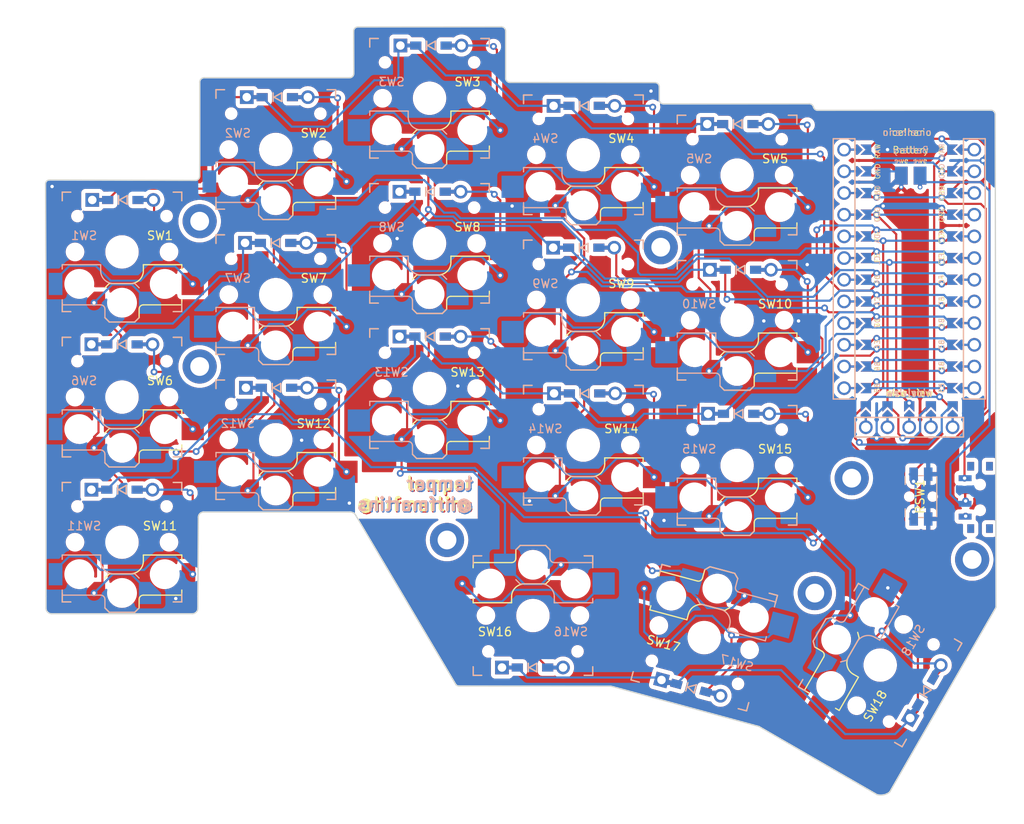
<source format=kicad_pcb>
(kicad_pcb (version 20240108) (generator "pcbnew") (generator_version "8.0")
  (title_block (title "temper") (date "2023-07-14") (rev "1.0") (company "raeedcho"))
  (layers (0 "F.Cu" signal) (31 "B.Cu" signal) (34 "B.Paste" user) (35 "F.Paste" user) (36 "B.SilkS" user "B.Silkscreen") (37 "F.SilkS" user "F.Silkscreen") (38 "B.Mask" user) (39 "F.Mask" user) (44 "Edge.Cuts" user))
  (net 0 "")
  (net 1 "row0")
  (net 2 "row1")
  (net 3 "row2")
  (net 4 "row3")
  (net 5 "GND")
  (net 6 "VCC")
  (net 7 "col0")
  (net 8 "col1")
  (net 9 "col2")
  (net 10 "col3")
  (net 11 "col4")
  (net 12 "Net-(BT1-+)")
  (net 13 "Net-(D1-A)")
  (net 14 "reset")
  (net 15 "Net-(D2-A)")
  (net 16 "Net-(D3-A)")
  (net 17 "Net-(D4-A)")
  (net 18 "Net-(D5-A)")
  (net 19 "Net-(D6-A)")
  (net 20 "Net-(D7-A)")
  (net 21 "Net-(D8-A)")
  (net 22 "Net-(D9-A)")
  (net 23 "Net-(D10-A)")
  (net 24 "Net-(D11-A)")
  (net 25 "Net-(D12-A)")
  (net 26 "Net-(D13-A)")
  (net 27 "Net-(D14-A)")
  (net 28 "Net-(D15-A)")
  (net 29 "Net-(D16-A)")
  (net 30 "Net-(D17-A)")
  (net 31 "Net-(D18-A)")
  (net 32 "MOSI")
  (net 33 "SCK")
  (net 34 "unconnected-(PWR_SW1-A-Pad1)")
  (net 35 "vbat")
  (net 36 "CS")
  (net 37 "unconnected-(U1-D8{slash}P1.04-Pad11)")
  (net 38 "unconnected-(U1-D9{slash}P1.06-Pad12)")
  (net 39 "unconnected-(U1-D10{slash}P0.09-Pad13)")
  (net 40 "unconnected-(U1-D16{slash}P0.10-Pad14)")
  (net 41 "unconnected-(U1-D14{slash}P1.11-Pad15)")
  (net 42 "unconnected-(U1-D0{slash}P0.08-Pad2)")
  (footprint "dumta:D_SMD_TH" (layer "F.Cu") (at 86.0044 64.3128)
    (property "Reference" "D1" (hide yes))
    (property "Value" "D" (hide yes))
  )
  (footprint "dumta:D_SMD_TH" (layer "F.Cu") (at 104.0892 52.2732)
    (property "Reference" "D2" (hide yes))
    (property "Value" "D" (hide yes))
  )
  (footprint "dumta:D_SMD_TH" (layer "F.Cu") (at 122.0724 46.228)
    (property "Reference" "D3" (hide yes))
    (property "Value" "D" (hide yes))
  )
  (footprint "dumta:D_SMD_TH" (layer "F.Cu") (at 140.0048 53.2892)
    (property "Reference" "D4" (hide yes))
    (property "Value" "D" (hide yes))
  )
  (footprint "dumta:D_SMD_TH" (layer "F.Cu") (at 157.988 55.4228)
    (property "Reference" "D5" (hide yes))
    (property "Value" "D" (hide yes))
  )
  (footprint "dumta:D_SMD_TH" (layer "F.Cu") (at 85.9028 81.2292)
    (property "Reference" "D6" (hide yes))
    (property "Value" "D" (hide yes))
  )
  (footprint "dumta:D_SMD_TH" (layer "F.Cu") (at 103.886 69.342)
    (property "Reference" "D7" (hide yes))
    (property "Value" "D" (hide yes))
  )
  (footprint "dumta:D_SMD_TH" (layer "F.Cu") (at 121.9708 63.3476)
    (property "Reference" "D8" (hide yes))
    (property "Value" "D" (hide yes))
  )
  (footprint "dumta:D_SMD_TH" (layer "F.Cu") (at 139.954 69.9008)
    (property "Reference" "D9" (hide yes))
    (property "Value" "D" (hide yes))
  )
  (footprint "dumta:D_SMD_TH" (layer "F.Cu") (at 158.2928 72.4916)
    (property "Reference" "D10" (hide yes))
    (property "Value" "D" (hide yes))
  )
  (footprint "dumta:D_SMD_TH" (layer "F.Cu") (at 85.9028 98.2472)
    (property "Reference" "D11" (hide yes))
    (property "Value" "D" (hide yes))
  )
  (footprint "dumta:D_SMD_TH" (layer "F.Cu") (at 103.9876 86.3092)
    (property "Reference" "D12" (hide yes))
    (property "Value" "D" (hide yes))
  )
  (footprint "dumta:D_SMD_TH" (layer "F.Cu") (at 121.9708 80.3148)
    (property "Reference" "D13" (hide yes))
    (property "Value" "D" (hide yes))
  )
  (footprint "dumta:D_SMD_TH" (layer "F.Cu") (at 140.0556 86.9696)
    (property "Reference" "D14" (hide yes))
    (property "Value" "D" (hide yes))
  )
  (footprint "dumta:D_SMD_TH" (layer "F.Cu") (at 158.0896 89.3572)
    (property "Reference" "D15" (hide yes))
    (property "Value" "D" (hide yes))
  )
  (footprint "dumta:D_SMD_TH" (layer "F.Cu") (at 133.9596 119.0752)
    (property "Reference" "D16" (hide yes))
    (property "Value" "D" (hide yes))
  )
  (footprint "dumta:D_SMD_TH" (layer "F.Cu") (at 152.514282 121.460596 -15)
    (property "Reference" "D17" (hide yes))
    (property "Value" "D" (hide yes))
  )
  (footprint "dumta:D_SMD_TH" (layer "F.Cu") (at 179.958166 121.895435 60)
    (property "Reference" "D18" (hide yes))
    (property "Value" "D" (hide yes))
  )
  (footprint "dumta:Kailh_socket_PG1350_reversible" (layer "F.Cu") (at 85.91 70.4)
    (property "Reference" "SW1")
    (property "Value" "SW_PUSH")
  )
  (footprint "dumta:Kailh_socket_PG1350_reversible" (layer "F.Cu") (at 103.91 58.4)
    (property "Reference" "SW2")
    (property "Value" "SW_PUSH")
  )
  (footprint "dumta:Kailh_socket_PG1350_reversible" (layer "F.Cu") (at 121.91 52.4)
    (property "Reference" "SW3")
    (property "Value" "SW_PUSH")
  )
  (footprint "dumta:Kailh_socket_PG1350_reversible" (layer "F.Cu") (at 139.91 59.02)
    (property "Reference" "SW4")
    (property "Value" "SW_PUSH")
  )
  (footprint "dumta:Kailh_socket_PG1350_reversible" (layer "F.Cu") (at 157.91 61.4)
    (property "Reference" "SW5")
    (property "Value" "SW_PUSH")
  )
  (footprint "dumta:Kailh_socket_PG1350_reversible" (layer "F.Cu") (at 85.91 87.4)
    (property "Reference" "SW6")
    (property "Value" "SW_PUSH")
  )
  (footprint "dumta:Kailh_socket_PG1350_reversible" (layer "F.Cu") (at 103.91 75.4)
    (property "Reference" "SW7")
    (property "Value" "SW_PUSH")
  )
  (footprint "dumta:Kailh_socket_PG1350_reversible" (layer "F.Cu") (at 121.91 69.4)
    (property "Reference" "SW8")
    (property "Value" "SW_PUSH")
  )
  (footprint "dumta:Kailh_socket_PG1350_reversible" (layer "F.Cu") (at 139.91 76.02)
    (property "Reference" "SW9")
    (property "Value" "SW_PUSH")
  )
  (footprint "dumta:Kailh_socket_PG1350_reversible" (layer "F.Cu") (at 157.91 78.4)
    (property "Reference" "SW10")
    (property "Value" "SW_PUSH")
  )
  (footprint "dumta:Kailh_socket_PG1350_reversible" (layer "F.Cu") (at 85.91 104.4)
    (property "Reference" "SW11")
    (property "Value" "SW_PUSH")
  )
  (footprint "dumta:Kailh_socket_PG1350_reversible" (layer "F.Cu") (at 103.91 92.4)
    (property "Reference" "SW12")
    (property "Value" "SW_PUSH")
  )
  (footprint "dumta:Kailh_socket_PG1350_reversible" (layer "F.Cu") (at 121.91 86.4)
    (property "Reference" "SW13")
    (property "Value" "SW_PUSH")
  )
  (footprint "dumta:Kailh_socket_PG1350_reversible" (layer "F.Cu") (at 139.91 93.025)
    (property "Reference" "SW14")
    (property "Value" "SW_PUSH")
  )
  (footprint "dumta:Kailh_socket_PG1350_reversible" (layer "F.Cu") (at 157.91 95.4)
    (property "Reference" "SW15")
    (property "Value" "SW_PUSH")
  )
  (footprint "dumta:Kailh_socket_PG1350_reversible" (layer "F.Cu") (at 134.01 112.99 180)
    (property "Reference" "SW16")
    (property "Value" "SW_PUSH")
  )
  (footprint "dumta:Kailh_socket_PG1350_reversible" (layer "F.Cu") (at 154.06 115.58 165)
    (property "Reference" "SW17")
    (property "Value" "SW_PUSH")
  )
  (footprint "dumta:Kailh_socket_PG1350_reversible" (layer "F.Cu") (at 174.66 118.79 -120)
    (property "Reference" "SW18")
    (property "Value" "SW_PUSH")
  )
  (footprint "kbd:LEGO_HOLE" (layer "F.Cu") (at 171.323 96.901)
    (property "Reference" "h2" (hide yes))
    (property "Value" "h2")
  )
  (footprint "kbd:LEGO_HOLE" (layer "F.Cu") (at 185.42 106.426)
    (property "Reference" "H1" (hide yes))
    (property "Value" "h1")
  )
  (footprint "kbd:LEGO_HOLE" (layer "F.Cu") (at 95 66.802)
    (property "Reference" "h6" (hide yes))
    (property "Value" "h6")
  )
  (footprint "kbd:LEGO_HOLE" (layer "F.Cu") (at 148.971 69.85)
    (property "Reference" "h7" (hide yes))
    (property "Value" "h7")
  )
  (footprint "kbd:LEGO_HOLE" (layer "F.Cu") (at 123.952 104.14)
    (property "Reference" "h4" (hide yes))
    (property "Value" "h4")
  )
  (footprint "kbd:LEGO_HOLE" (layer "F.Cu") (at 167.005 110.363)
    (property "Reference" "h3" (hide yes))
    (property "Value" "h3")
  )
  (footprint "kbd:LEGO_HOLE" (layer "F.Cu") (at 95 83.82)
    (property "Reference" "h5" (hide yes))
    (property "Value" "h5")
  )
  (footprint "dumta:power_switch_padreverse" (layer "F.Cu") (at 186.352 99.154 90)
    (property "Reference" "PWR_SW1" (hide yes))
    (property "Value" "SW_SPDT")
  )
  (footprint "dumta:ProMicro_jumpers" (layer "F.Cu") (at 178.054 72.39)
    (property "Reference" "U1" (hide yes))
    (property "Value" "nice_nano")
  )
  (footprint "dumta:Panasonic_EVQPUL_EVQPUC_reversible" (layer "F.Cu") (at 179.429 99.06 90)
    (property "Reference" "RSW1")
    (property "Value" "SW_PUSH")
  )
  (footprint "dumta:nice_view_jumpers" (layer "F.Cu") (at 178.054 90.932)
    (property "Reference" "J2" (hide yes))
    (property "Value" "nice_view")
  )
  (footprint "dumta:Battery_pads_reversible" (layer "F.Cu") (at 178.224 61.468 180)
    (property "Reference" "BT1" (hide yes))
    (property "Value" "Battery_Cell")
  )
  (gr_line (start 187.62 53.805) (end 167.3304 53.81502) (stroke (width 0.15)) (layer "Edge.Cuts"))
  (gr_line (start 94.515447 62.020847) (end 77.4192 61.976) (stroke (width 0.15)) (layer "Edge.Cuts"))
  (gr_line (start 175.768 133.6548) (end 188.214 112.014) (stroke (width 0.15)) (layer "Edge.Cuts"))
  (gr_line (start 160.4772 125.984) (end 174.288668 133.9596) (stroke (width 0.15)) (layer "Edge.Cuts"))
  (gr_line (start 125.3744 121.240811) (end 143.1544 121.2596) (stroke (width 0.15)) (layer "Edge.Cuts"))
  (gr_arc (start 166.360498 53.055) (mid 166.676734 53.167708) (end 166.8504 53.45502) (stroke (width 0.15)) (layer "Edge.Cuts"))
  (gr_arc (start 167.3304 53.81502) (mid 167.0304 53.71502) (end 166.8504 53.45502) (stroke (width 0.15)) (layer "Edge.Cuts"))
  (gr_line (start 166.360498 53.055) (end 149.2932 53.06902) (stroke (width 0.15)) (layer "Edge.Cuts"))
  (gr_arc (start 95.015447 61.520847) (mid 94.869 61.8744) (end 94.515447 62.020847) (stroke (width 0.15)) (layer "Edge.Cuts"))
  (gr_arc (start 95.01712 50.50682) (mid 95.163567 50.153267) (end 95.51712 50.00682) (stroke (width 0.15)) (layer "Edge.Cuts"))
  (gr_line (start 130.31 44.0362) (end 113.53 44.049553) (stroke (width 0.15)) (layer "Edge.Cuts"))
  (gr_line (start 130.81 50.0534) (end 130.81 44.5362) (stroke (width 0.15)) (layer "Edge.Cuts"))
  (gr_line (start 148.2932 50.56902) (end 131.31 50.5534) (stroke (width 0.15)) (layer "Edge.Cuts"))
  (gr_line (start 148.7932 52.56902) (end 148.7932 51.06902) (stroke (width 0.15)) (layer "Edge.Cuts"))
  (gr_line (start 95.01712 50.50682) (end 95.015447 61.520847) (stroke (width 0.15)) (layer "Edge.Cuts"))
  (gr_line (start 112.54712 50.00682) (end 95.51712 50.00682) (stroke (width 0.15)) (layer "Edge.Cuts"))
  (gr_line (start 113.03 44.549553) (end 113.04712 49.50682) (stroke (width 0.15)) (layer "Edge.Cuts"))
  (gr_arc (start 113.04712 49.50682) (mid 112.900673 49.860373) (end 112.54712 50.00682) (stroke (width 0.15)) (layer "Edge.Cuts"))
  (gr_arc (start 113.03 44.549553) (mid 113.176447 44.196) (end 113.53 44.049553) (stroke (width 0.15)) (layer "Edge.Cuts"))
  (gr_arc (start 130.31 44.0362) (mid 130.663553 44.182647) (end 130.81 44.5362) (stroke (width 0.15)) (layer "Edge.Cuts"))
  (gr_arc (start 131.31 50.5534) (mid 130.956447 50.406953) (end 130.81 50.0534) (stroke (width 0.15)) (layer "Edge.Cuts"))
  (gr_arc (start 148.2932 50.56902) (mid 148.646753 50.715467) (end 148.7932 51.06902) (stroke (width 0.15)) (layer "Edge.Cuts"))
  (gr_arc (start 149.2932 53.06902) (mid 148.939647 52.922573) (end 148.7932 52.56902) (stroke (width 0.15)) (layer "Edge.Cuts"))
  (gr_arc (start 187.62 53.805) (mid 187.973553 53.951447) (end 188.12 54.305) (stroke (width 0.15)) (layer "Edge.Cuts"))
  (gr_line (start 95.4532 100.862652) (end 112.6236 100.862652) (stroke (width 0.15)) (layer "Edge.Cuts"))
  (gr_line (start 94.7928 110.744) (end 94.8436 101.472252) (stroke (width 0.15)) (layer "Edge.Cuts"))
  (gr_arc (start 112.6236 100.862652) (mid 113.02279 100.980057) (end 113.294857 101.294883) (stroke (width 0.15)) (layer "Edge.Cuts"))
  (gr_arc (start 125.3744 121.240811) (mid 125.184464 121.206306) (end 125.0188 121.1072) (stroke (width 0.15)) (layer "Edge.Cuts"))
  (gr_arc (start 175.768 133.6548) (mid 175.064863 133.984494) (end 174.288668 133.959599) (stroke (width 0.15)) (layer "Edge.Cuts"))
  (gr_line (start 77.0128 93.7768) (end 77.0128 110.744) (stroke (width 0.15)) (layer "Edge.Cuts"))
  (gr_line (start 76.962 62.4332) (end 77.0128 76.708) (stroke (width 0.15)) (layer "Edge.Cuts"))
  (gr_line (start 188.12 54.305) (end 188.214 112.014) (stroke (width 0.15)) (layer "Edge.Cuts"))
  (gr_line (start 94.7928 112.1156) (end 94.7928 110.744) (stroke (width 0.15)) (layer "Edge.Cuts"))
  (gr_arc (start 94.8436 101.472252) (mid 95.022148 101.0412) (end 95.4532 100.862652) (stroke (width 0.15)) (layer "Edge.Cuts"))
  (gr_arc (start 94.7928 112.1156) (mid 94.599373 112.582573) (end 94.1324 112.776) (stroke (width 0.15)) (layer "Edge.Cuts"))
  (gr_line (start 77.0128 112.1156) (end 77.0128 110.744) (stroke (width 0.15)) (layer "Edge.Cuts"))
  (gr_line (start 77.0128 76.708) (end 77.0128 93.7768) (stroke (width 0.15)) (layer "Edge.Cuts"))
  (gr_line (start 113.294857 101.294883) (end 125.0188 121.1072) (stroke (width 0.15)) (layer "Edge.Cuts"))
  (gr_arc (start 76.962 62.4332) (mid 77.095911 62.109911) (end 77.4192 61.976) (stroke (width 0.15)) (layer "Edge.Cuts"))
  (gr_line (start 77.6732 112.776) (end 94.1324 112.776) (stroke (width 0.15)) (layer "Edge.Cuts"))
  (gr_line (start 143.1544 121.2596) (end 160.4772 125.984) (stroke (width 0.15)) (layer "Edge.Cuts"))
  (gr_arc (start 77.6732 112.776) (mid 77.206227 112.582573) (end 77.0128 112.1156) (stroke (width 0.15)) (layer "Edge.Cuts"))
  (gr_text "temper\n@hrfmartins" (at 127.24 98.89 0) (layer "F.Cu") (effects (font (size 1.5 1.5) (thickness 0.3)) (justify right)))
  (gr_text "temper\n@hrfmartins" (at 127.25 98.89 0) (layer "B.Cu") (effects (font (size 1.5 1.5) (thickness 0.3)) (justify left mirror)))
  (gr_text "temper\n@hrfmartins" (at 127.13 98.75 0) (layer "B.SilkS") (effects (font (size 1.5 1.5) (thickness 0.3)) (justify left mirror)))
  (gr_text "nice!view" (at 178.054 86.868 0) (layer "B.SilkS") (effects (font (size 0.8 0.8) (thickness 0.1)) (justify mirror)))
  (gr_text "nice!nano" (at 177.8 56.388 0) (layer "B.SilkS") (effects (font (size 0.8 0.8) (thickness 0.1)) (justify mirror)))
  (gr_text "temper\n@hrfmartins\n" (at 127.12 98.75 0) (layer "F.SilkS") (effects (font (size 1.5 1.5) (thickness 0.3)) (justify right)))
  (gr_text "nice!view" (at 178.054 86.868 0) (layer "F.SilkS") (effects (font (size 0.8 0.8) (thickness 0.1))))
  (gr_text "nice!nano" (at 177.8 56.388 0) (layer "F.SilkS") (effects (font (size 0.8 0.8) (thickness 0.1))))
  (segment (start 96.52 53.6448) (end 97.8916 52.2732) (width 0.25) (layer "F.Cu") (net 1))
  (segment (start 118.2624 46.228) (end 120.2974 46.228) (width 0.25) (layer "F.Cu") (net 1))
  (segment (start 154.178 55.4228) (end 156.213 55.4228) (width 0.25) (layer "F.Cu") (net 1))
  (segment (start 138.2298 53.2892) (end 136.1948 53.2892) (width 0.25) (layer "F.Cu") (net 1))
  (segment (start 85.5502 62.992) (end 84.2294 64.3128) (width 0.25) (layer "F.Cu") (net 1))
  (segment (start 168.0972 73.1012) (end 169.926 74.93) (width 0.25) (layer "F.Cu") (net 1))
  (segment (start 168.0972 59.3852) (end 168.0972 73.1012) (width 0.25) (layer "F.Cu") (net 1))
  (segment (start 169.926 74.93) (end 173.482 74.93) (width 0.25) (layer "F.Cu") (net 1))
  (segment (start 102.3142 52.2732) (end 100.2792 52.2732) (width 0.25) (layer "F.Cu") (net 1))
  (segment (start 96.52 53.6448) (end 96.52 61.849) (width 0.25) (layer "F.Cu") (net 1))
  (segment (start 95.377 62.992) (end 85.5502 62.992) (width 0.25) (layer "F.Cu") (net 1))
  (segment (start 97.8916 52.2732) (end 100.2792 52.2732) (width 0.25) (layer "F.Cu") (net 1))
  (segment (start 173.482 74.93) (end 174.244 74.168) (width 0.25) (layer "F.Cu") (net 1))
  (segment (start 182.372 74.168) (end 182.88 73.66) (width 0.25) (layer "F.Cu") (net 1))
  (segment (start 181.864 74.168) (end 182.372 74.168) (width 0.25) (layer "F.Cu") (net 1))
  (segment (start 96.52 61.849) (end 95.377 62.992) (width 0.25) (layer "F.Cu") (net 1))
  (segment (start 84.2294 64.3128) (end 82.1944 64.3128) (width 0.25) (layer "F.Cu") (net 1))
  (segment (start 167.64 58.928) (end 168.0972 59.3852) (width 0.25) (layer "F.Cu") (net 1))
  (via (at 167.64 58.928) (size 0.8) (drill 0.4) (layers "F.Cu" "B.Cu") (net 1))
  (via (at 174.244 74.168) (size 0.8) (drill 0.4) (layers "F.Cu" "B.Cu") (net 1))
  (via (at 181.864 74.168) (size 0.8) (drill 0.4) (layers "F.Cu" "B.Cu") (net 1))
  (segment (start 102.3142 52.2732) (end 100.2792 52.2732) (width 0.25) (layer "B.Cu") (net 1))
  (segment (start 123.8026 49.7332) (end 120.2974 46.228) (width 0.25) (layer "B.Cu") (net 1))
  (segment (start 110.0074 55.7276) (end 105.7686 55.7276) (width 0.25) (layer "B.Cu") (net 1))
  (segment (start 105.7686 55.7276) (end 102.3142 52.2732) (width 0.25) (layer "B.Cu") (net 1))
  (segment (start 140.8714 55.9308) (end 138.2298 53.2892) (width 0.25) (layer "B.Cu") (net 1))
  (segment (start 128.7272 49.7332) (end 123.8026 49.7332) (width 0.25) (layer "B.Cu") (net 1))
  (segment (start 156.213 55.4228) (end 153.2295 55.4228) (width 0.25) (layer "B.Cu") (net 1))
  (segment (start 120.2974 46.228) (end 118.2624 46.228) (width 0.25) (layer "B.Cu") (net 1))
  (segment (start 138.2298 53.2892) (end 132.2832 53.2892) (width 0.25) (layer "B.Cu") (net 1))
  (segment (start 159.7182 58.928) (end 156.213 55.4228) (width 0.25) (layer "B.Cu") (net 1))
  (segment (start 84.2294 64.3128) (end 82.1944 64.3128) (width 0.25) (layer "B.Cu") (net 1))
  (segment (start 118.2624 50.0126) (end 117.983 50.292) (width 0.25) (layer "B.Cu") (net 1))
  (segment (start 167.64 58.928) (end 159.7182 58.928) (width 0.25) (layer "B.Cu") (net 1))
  (segment (start 118.2624 46.228) (end 118.2624 50.0126) (width 0.25) (layer "B.Cu") (net 1))
  (segment (start 153.2295 55.4228) (end 152.7215 55.9308) (width 0.25) (layer "B.Cu") (net 1))
  (segment (start 174.244 74.168) (end 173.736 74.168) (width 0.25) (layer "B.Cu") (net 1))
  (segment (start 115.443 50.292) (end 110.0074 55.7276) (width 0.25) (layer "B.Cu") (net 1))
  (segment (start 181.864 74.168) (end 174.244 74.168) (width 0.25) (layer "B.Cu") (net 1))
  (segment (start 132.2832 53.2892) (end 128.7272 49.7332) (width 0.25) (layer "B.Cu") (net 1))
  (segment (start 152.7215 55.9308) (end 140.8714 55.9308) (width 0.25) (layer "B.Cu") (net 1))
  (segment (start 173.736 74.168) (end 173.228 73.66) (width 0.25) (layer "B.Cu") (net 1))
  (segment (start 117.983 50.292) (end 115.443 50.292) (width 0.25) (layer "B.Cu") (net 1))
  (segment (start 138.179 69.9008) (end 136.144 69.9008) (width 0.25) (layer "F.Cu") (net 2))
  (segment (start 168.148 76.962) (end 168.656 77.47) (width 0.25) (layer "F.Cu") (net 2))
  (segment (start 102.111 69.342) (end 100.076 69.342) (width 0.25) (layer "F.Cu") (net 2))
  (segment (start 120.1958 63.3476) (end 118.1608 63.3476) (width 0.25) (layer "F.Cu") (net 2))
  (segment (start 181.864 76.708) (end 182.372 76.708) (width 0.25) (layer "F.Cu") (net 2))
  (segment (start 182.372 76.708) (end 182.88 76.2) (width 0.25) (layer "F.Cu") (net 2))
  (segment (start 173.482 77.47) (end 174.244 76.708) (width 0.25) (layer "F.Cu") (net 2))
  (segment (start 168.656 77.47) (end 173.482 77.47) (width 0.25) (layer "F.Cu") (net 2))
  (segment (start 84.1278 81.2292) (end 82.0928 81.2292) (width 0.25) (layer "F.Cu") (net 2))
  (segment (start 156.5178 75.7458) (end 156.718 75.946) (width 0.25) (layer "F.Cu") (net 2))
  (segment (start 156.5178 72.4916) (end 154.4828 72.4916) (width 0.25) (layer "F.Cu") (net 2))
  (segment (start 156.5178 72.4916) (end 156.5178 75.7458) (width 0.25) (layer "F.Cu") (net 2))
  (via (at 156.718 75.946) (size 0.8) (drill 0.4) (layers "F.Cu" "B.Cu") (net 2))
  (via (at 174.244 76.708) (size 0.8) (drill 0.4) (layers "F.Cu" "B.Cu") (net 2))
  (via (at 181.864 76.708) (size 0.8) (drill 0.4) (layers "F.Cu" "B.Cu") (net 2))
  (via (at 168.148 76.962) (size 0.8) (drill 0.4) (layers "F.Cu" "B.Cu") (net 2))
  (segment (start 138.179 69.9008) (end 136.144 69.9008) (width 0.25) (layer "B.Cu") (net 2))
  (segment (start 115.062 67.4624) (end 112.776 69.7484) (width 0.25) (layer "B.Cu") (net 2))
  (segment (start 174.244 76.708) (end 173.736 76.708) (width 0.25) (layer "B.Cu") (net 2))
  (segment (start 120.1958 63.3476) (end 120.1958 64.6146) (width 0.25) (layer "B.Cu") (net 2))
  (segment (start 181.864 76.708) (end 174.244 76.708) (width 0.25) (layer "B.Cu") (net 2))
  (segment (start 86.5662 78.7908) (end 91.8464 78.7908) (width 0.25) (layer "B.Cu") (net 2))
  (segment (start 100.076 72.644) (end 100.076 69.342) (width 0.25) (layer "B.Cu") (net 2))
  (segment (start 156.718 75.946) (end 160.47343 75.946) (width 0.25) (layer "B.Cu") (net 2))
  (segment (start 102.111 69.342) (end 100.076 69.342) (width 0.25) (layer "B.Cu") (net 2))
  (segment (start 121.7168 66.7004) (end 119.9134 64.897) (width 0.25) (layer "B.Cu") (net 2))
  (segment (start 97.3836 73.2536) (end 99.4664 73.2536) (width 0.25) (layer "B.Cu") (net 2))
  (segment (start 112.776 69.7484) (end 112.776 70.358) (width 0.25) (layer "B.Cu") (net 2))
  (segment (start 154.4828 72.4916) (end 152.5524 72.4916) (width 0.25) (layer "B.Cu") (net 2))
  (segment (start 110.236 72.898) (end 105.667 72.898) (width 0.25) (layer "B.Cu") (net 2))
  (segment (start 133.59632 67.35312) (end 125.16352 67.35312) (width 0.25) (layer "B.Cu") (net 2))
  (segment (start 84.1278 81.2292) (end 86.5662 78.7908) (width 0.25) (layer "B.Cu") (net 2))
  (segment (start 161.48943 76.962) (end 168.148 76.962) (width 0.25) (layer "B.Cu") (net 2))
  (segment (start 136.144 69.9008) (end 133.59632 67.35312) (width 0.25) (layer "B.Cu") (net 2))
  (segment (start 119.9134 64.897) (end 117.348 67.4624) (width 0.25) (layer "B.Cu") (net 2))
  (segment (start 151.07152 73.97248) (end 142.25068 73.97248) (width 0.25) (layer "B.Cu") (net 2))
  (segment (start 112.776 70.358) (end 110.236 72.898) (width 0.25) (layer "B.Cu") (net 2))
  (segment (start 120.1958 64.6146) (end 119.9134 64.897) (width 0.25) (layer "B.Cu") (net 2))
  (segment (start 105.667 72.898) (end 102.111 69.342) (width 0.25) (layer "B.Cu") (net 2))
  (segment (start 99.4664 73.2536) (end 100.076 72.644) (width 0.25) (layer "B.Cu") (net 2))
  (segment (start 91.8464 78.7908) (end 97.3836 73.2536) (width 0.25) (layer "B.Cu") (net 2))
  (segment (start 156.5178 72.4916) (end 154.4828 72.4916) (width 0.25) (layer "B.Cu") (net 2))
  (segment (start 125.16352 67.35312) (end 124.5108 66.7004) (width 0.25) (layer "B.Cu") (net 2))
  (segment (start 142.25068 73.97248) (end 138.179 69.9008) (width 0.25) (layer "B.Cu") (net 2))
  (segment (start 160.47343 75.946) (end 161.48943 76.962) (width 0.25) (layer "B.Cu") (net 2))
  (segment (start 120.1958 63.3476) (end 118.1608 63.3476) (width 0.25) (layer "B.Cu") (net 2))
  (segment (start 124.5108 66.7004) (end 121.7168 66.7004) (width 0.25) (layer "B.Cu") (net 2))
  (segment (start 152.5524 72.4916) (end 151.07152 73.97248) (width 0.25) (layer "B.Cu") (net 2))
  (segment (start 84.1278 81.2292) (end 82.0928 81.2292) (width 0.25) (layer "B.Cu") (net 2))
  (segment (start 117.348 67.4624) (end 115.062 67.4624) (width 0.25) (layer "B.Cu") (net 2))
  (segment (start 173.736 76.708) (end 173.228 76.2) (width 0.25) (layer "B.Cu") (net 2))
  (segment (start 156.3146 89.3572) (end 154.2796 89.3572) (width 0.25) (layer "F.Cu") (net 3))
  (segment (start 84.1278 98.2472) (end 82.0928 98.2472) (width 0.25) (layer "F.Cu") (net 3))
  (segment (start 138.2806 86.9696) (end 136.2456 86.9696) (width 0.25) (layer "F.Cu") (net 3))
  (segment (start 181.864 79.248) (end 182.372 79.248) (width 0.25) (layer "F.Cu") (net 3))
  (segment (start 120.1958 80.3148) (end 118.1608 80.3148) (width 0.25) (layer "F.Cu") (net 3))
  (segment (start 182.372 79.248) (end 182.88 78.74) (width 0.25) (layer "F.Cu") (net 3))
  (segment (start 102.2126 86.3092) (end 100.1776 86.3092) (width 0.25) (layer "F.Cu") (net 3))
  (via (at 181.864 79.248) (size 0.8) (drill 0.4) (layers "F.Cu" "B.Cu") (net 3))
  (segment (start 181.864 79.248) (end 174.244 79.248) (width 0.25) (layer "B.Cu") (net 3))
  (segment (start 138.2806 86.9696) (end 136.2456 86.9696) (width 0.25) (layer "B.Cu") (net 3))
  (segment (start 130.4544 86.9696) (end 126.9492 83.4644) (width 0.25) (layer "B.Cu") (net 3))
  (segment (start 156.3146 89.3572) (end 159.3118 86.36) (width 0.25) (layer "B.Cu") (net 3))
  (segment (start 173.736 79.248) (end 173.228 78.74) (width 0.25) (layer "B.Cu") (net 3))
  (segment (start 168.725 80.83) (end 169.545 80.01) (width 0.25) (layer "B.Cu") (net 3))
  (segment (start 123.3454 83.4644) (end 120.1958 80.3148) (width 0.25) (layer "B.Cu") (net 3))
  (segment (start 97.3074 90.0176) (end 92.456 94.869) (width 0.25) (layer "B.Cu") (net 3))
  (segment (start 174.244 79.248) (end 173.736 79.248) (width 0.25) (layer "B.Cu") (net 3))
  (segment (start 145.9992 90.3732) (end 141.6842 90.3732) (width 0.25) (layer "B.Cu") (net 3))
  (segment (start 92.456 96.0628) (end 91.694 96.8248) (width 0.25) (layer "B.Cu") (net 3))
  (segment (start 109.8296 90.1192) (end 106.0226 90.1192) (width 0.25) (layer "B.Cu") (net 3))
  (segment (start 102.2126 87.7794) (end 99.9744 90.0176) (width 0.25) (layer "B.Cu") (net 3))
  (segment (start 99.9744 90.0176) (end 97.3074 90.0176) (width 0.25) (layer "B.Cu") (net 3))
  (segment (start 102.2126 86.3092) (end 102.2126 87.7794) (width 0.25) (layer "B.Cu") (net 3))
  (segment (start 120.1958 80.3148) (end 118.1608 80.3148) (width 0.25) (layer "B.Cu") (net 3))
  (segment (start 141.6842 90.3732) (end 138.2806 86.9696) (width 0.25) (layer "B.Cu") (net 3))
  (segment (start 85.5502 96.8248) (end 84.1278 98.2472) (width 0.25) (layer "B.Cu") (net 3))
  (segment (start 120.1958 82.6486) (end 118.3132 84.5312) (width 0.25) (layer "B.Cu") (net 3))
  (segment (start 169.545 80.01) (end 171.958 80.01) (width 0.25) (layer "B.Cu") (net 3))
  (segment (start 84.1278 98.2472) (end 82.0928 98.2472) (width 0.25) (layer "B.Cu") (net 3))
  (segment (start 91.694 96.8248) (end 85.5502 96.8248) (width 0.25) (layer "B.Cu") (net 3))
  (segment (start 168.725 82.304596) (end 168.725 80.83) (width 0.25) (layer "B.Cu") (net 3))
  (segment (start 115.4176 84.5312) (end 109.8296 90.1192) (width 0.25) (layer "B.Cu") (net 3))
  (segment (start 164.669596 86.36) (end 168.725 82.304596) (width 0.25) (layer "B.Cu") (net 3))
  (segment (start 118.3132 84.5312) (end 115.4176 84.5312) (width 0.25) (layer "B.Cu") (net 3))
  (segment (start 156.3146 89.3572) (end 154.2796 89.3572) (width 0.25) (layer "B.Cu") (net 3))
  (segment (start 136.2456 86.9696) (end 130.4544 86.9696) (width 0.25) (layer "B.Cu") (net 3))
  (segment (start 120.1958 80.3148) (end 120.1958 82.6486) (width 0.25) (layer "B.Cu") (net 3))
  (segment (start 92.456 94.869) (end 92.456 96.0628) (width 0.25) (layer "B.Cu") (net 3))
  (segment (start 147.0152 89.3572) (end 145.9992 90.3732) (width 0.25) (layer "B.Cu") (net 3))
  (segment (start 154.2796 89.3572) (end 147.0152 89.3572) (width 0.25) (layer "B.Cu") (net 3))
  (segment (start 102.2126 86.3092) (end 100.1776 86.3092) (width 0.25) (layer "B.Cu") (net 3))
  (segment (start 126.9492 83.4644) (end 123.3454 83.4644) (width 0.25) (layer "B.Cu") (net 3))
  (segment (start 106.0226 90.1192) (end 102.2126 86.3092) (width 0.25) (layer "B.Cu") (net 3))
  (segment (start 159.3118 86.36) (end 164.669596 86.36) (width 0.25) (layer "B.Cu") (net 3))
  (segment (start 171.958 80.01) (end 173.228 78.74) (width 0.25) (layer "B.Cu") (net 3))
  (segment (start 182.88 81.28) (end 182.372 81.788) (width 0.25) (layer "F.Cu") (net 4))
  (segment (start 168.91 83.312) (end 169.672 82.55) (width 0.25) (layer "F.Cu") (net 4))
  (segment (start 174.498 96.021305) (end 168.91 90.433305) (width 0.25) (layer "F.Cu") (net 4))
  (segment (start 150.799764 121.001192) (end 149.360802 121.001192) (width 0.25) (layer "F.Cu") (net 4))
  (segment (start 174.498 100.712396) (end 174.498 96.021305) (width 0.25) (layer "F.Cu") (net 4))
  (segment (start 179.070666 124.177492) (end 178.053166 125.194992) (width 0.25) (layer "F.Cu") (net 4))
  (segment (start 179.07 105.284396) (end 174.498 100.712396) (width 0.25) (layer "F.Cu") (net 4))
  (segment (start 149.360802 121.001192) (end 148.834105 120.474495) (width 0.25) (layer "F.Cu") (net 4))
  (segment (start 169.672 82.55) (end 173.482 82.55) (width 0.25) (layer "F.Cu") (net 4))
  (segment (start 182.372 81.788) (end 181.864 81.788) (width 0.25) (layer "F.Cu") (net 4))
  (segment (start 168.91 90.433305) (end 168.91 83.312) (width 0.25) (layer "F.Cu") (net 4))
  (segment (start 179.07 123.431964) (end 179.07 105.284396) (width 0.25) (layer "F.Cu") (net 4))
  (segment (start 173.482 82.55) (end 174.244 81.788) (width 0.25) (layer "F.Cu") (net 4))
  (segment (start 179.070666 123.43263) (end 179.070666 124.177492) (width 0.25) (layer "F.Cu") (net 4))
  (segment (start 132.1846 119.0752) (end 130.1496 119.0752) (width 0.25) (layer "F.Cu") (net 4))
  (segment (start 179.070666 123.43263) (end 179.07 123.431964) (width 0.25) (layer "F.Cu") (net 4))
  (via (at 174.244 81.788) (size 0.8) (drill 0.4) (layers "F.Cu" "B.Cu") (net 4))
  (via (at 181.864 81.788) (size 0.8) (drill 0.4) (layers "F.Cu" "B.Cu") (net 4))
  (segment (start 133.353 120.2436) (end 132.1846 119.0752) (width 0.25) (layer "B.Cu") (net 4))
  (segment (start 178.053166 124.45013) (end 179.070666 123.43263) (width 0.25) (layer "B.Cu") (net 4))
  (segment (start 152.420956 119.38) (end 163.068 119.38) (width 0.25) (layer "B.Cu") (net 4))
  (segment (start 176.403 126.873) (end 178.053166 125.222834) (width 0.25) (layer "B.Cu") (net 4))
  (segment (start 150.799764 121.001192) (end 149.360802 121.001192) (width 0.25) (layer "B.Cu") (net 4))
  (segment (start 173.228 81.28) (end 173.736 81.788) (width 0.25) (layer "B.Cu") (net 4))
  (segment (start 174.244 81.788) (end 181.864 81.788) (width 0.25) (layer "B.Cu") (net 4))
  (segment (start 170.561 126.873) (end 176.403 126.873) (width 0.25) (layer "B.Cu") (net 4))
  (segment (start 178.053166 125.194992) (end 178.053166 124.45013) (width 0.25) (layer "B.Cu") (net 4))
  (segment (start 150.799764 121.001192) (end 152.420956 119.38) (width 0.25) (layer "B.Cu") (net 4))
  (segment (start 149.360802 121.001192) (end 148.834105 120.474495) (width 0.25) (layer "B.Cu") (net 4))
  (segment (start 148.834105 120.474495) (end 148.60321 120.2436) (width 0.25) (layer "B.Cu") (net 4))
  (segment (start 148.60321 120.2436) (end 133.353 120.2436) (width 0.25) (layer "B.Cu") (net 4))
  (segment (start 132.1846 119.0752) (end 130.1496 119.0752) (width 0.25) (layer "B.Cu") (net 4))
  (segment (start 173.736 81.788) (end 174.244 81.788) (width 0.25) (layer "B.Cu") (net 4))
  (segment (start 163.068 119.38) (end 170.561 126.873) (width 0.25) (layer "B.Cu") (net 4))
  (segment (start 178.053166 125.222834) (end 178.053166 125.194992) (width 0.25) (layer "B.Cu") (net 4))
  (segment (start 186.436 62.23) (end 186.944 61.722) (width 0.25) (layer "F.Cu") (net 5))
  (segment (start 186.944 59.944) (end 186.69 59.69) (width 0.25) (layer "F.Cu") (net 5))
  (segment (start 173.736 61.468) (end 174.244 61.468) (width 0.25) (layer "F.Cu") (net 5))
  (segment (start 182.753 63.5) (end 184.023 62.23) (width 0.25) (layer "F.Cu") (net 5))
  (segment (start 173.228 60.96) (end 173.736 61.468) (width 0.25) (layer "F.Cu") (net 5))
  (segment (start 179.324 89.402) (end 179.324 91.948) (width 0.25) (layer "F.Cu") (net 5))
  (segment (start 186.944 61.722) (end 186.944 59.944) (width 0.25) (layer "F.Cu") (net 5))
  (segment (start 182.753 66.04) (end 182.626 66.04) (width 0.25) (layer "F.Cu") (net 5))
  (segment (start 180.594 88.132) (end 179.324 89.402) (width 0.25) (layer "F.Cu") (net 5))
  (segment (start 184.023 62.23) (end 186.436 62.23) (width 0.25) (layer "F.Cu") (net 5))
  (segment (start 182.626 66.04) (end 181.864 65.278) (width 0.25) (layer "F.Cu") (net 5))
  (via (at 186.69 59.69) (size 0.8) (drill 0.4) (layers "F.Cu" "B.Cu") (net 5))
  (via (at 133.604 99.568) (size 0.8) (drill 0.4) (layers "F.Cu" "B.Cu") (net 5))
  (via (at 161.036 78.486) (size 0.8) (drill 0.4) (layers "F.Cu" "B.Cu") (net 5))
  (via (at 175.006 65.024) (size 0.8) (drill 0.4) (layers "F.Cu" "B.Cu") (net 5))
  (via (at 166.116 71.882) (size 0.8) (drill 0.4) (layers "F.Cu" "B.Cu") (net 5))
  (via (at 92.202 110.998) (size 0.8) (drill 0.4) (layers "F.Cu" "B.Cu") (net 5))
  (via (at 149.352 101.854) (size 0.8) (drill 0.4) (layers "F.Cu" "B.Cu") (net 5))
  (via (at 112.522 99.822) (size 0.8) (drill 0.4) (layers "F.Cu" "B.Cu") (net 5))
  (via (at 174.244 92.202) (size 0.8) (drill 0.4) (layers "F.Cu" "B.Cu") (net 5))
  (via (at 175.514 58.42) (size 0.8) (drill 0.4) (layers "F.Cu" "B.Cu") (net 5))
  (via (at 106.934 92.456) (size 0.8) (drill 0.4) (layers "F.Cu" "B.Cu") (net 5))
  (via (at 165.1 78.486) (size 0.8) (drill 0.4) (layers "F.Cu" "B.Cu") (net 5))
  (via (at 77.724 62.738) (size 0.8) (drill 0.4) (layers "F.Cu" "B.Cu") (net 5))
  (via (at 118.11 68.834) (size 0.8) (drill 0.4) (layers "F.Cu" "B.Cu") (net 5))
  (via (at 147.828 51.562) (size 0.8) (drill 0.4) (layers "F.Cu" "B.Cu") (net 5))
  (via (at 131.572 65.024) (size 0.8) (drill 0.4) (layers "F.Cu" "B.Cu") (net 5))
  (via (at 181.864 65.278) (size 0.8) (drill 0.4) (layers "F.Cu" "B.Cu") (net 5))
  (via (at 125.222 86.106) (size 0.8) (drill 0.4) (layers "F.Cu" "B.Cu") (net 5))
  (segment (start 176.616 60.96) (end 175.514 60.96) (width 0.25) (layer "B.Cu") (net 5))
  (segment (start 174.244 89.402) (end 174.244 92.202) (width 0.25) (layer "B.Cu") (net 5))
  (segment (start 184.023 59.69) (end 186.69 59.69) (width 0.25) (layer "B.Cu") (net 5))
  (segment (start 173.355 63.5) (end 174.117 62.738) (width 0.25) (layer "B.Cu") (net 5))
  (segment (start 173.355 66.04) (end 173.355 65.903695) (width 0.25) (layer "B.Cu") (net 5))
  (segment (start 173.355 65.903695) (end 174.234695 65.024) (width 0.25) (layer "B.Cu") (net 5))
  (segment (start 182.753 60.96) (end 184.023 59.69) (width 0.25) (layer "B.Cu") (net 5))
  (segment (start 174.117 62.738) (end 174.498 62.738) (width 0.25) (layer "B.Cu") (net 5))
  (segment (start 175.514 88.132) (end 174.244 89.402) (width 0.25) (layer "B.Cu") (net 5))
  (segment (start 174.234695 65.024) (end 175.006 65.024) (width 0.25) (layer "B.Cu") (net 5))
  (segment (start 176.53 86.5765) (end 176.53 68.326) (width 0.25) (layer "F.Cu") (net 6))
  (segment (start 173.228 66.04) (end 174.244 66.04) (width 0.25) (layer "F.Cu") (net 6))
  (segment (start 176.53 68.326) (end 174.244 66.04) (width 0.25) (layer "F.Cu") (net 6))
  (segment (start 178.054 88.1005) (end 176.53 86.5765) (width 0.25) (layer "F.Cu") (net 6))
  (via (at 174.244 66.04) (size 0.8) (drill 0.4) (layers "F.Cu" "B.Cu") (net 6))
  (via (at 178.054 88.1005) (size 0.8) (drill 0.4) (layers "F.Cu" "B.Cu") (net 6))
  (segment (start 174.244 66.04) (end 182.88 66.04) (width 0.25) (layer "B.Cu") (net 6))
  (segment (start 167.894 103.4316) (end 166.83 104.4956) (width 0.25) (layer "F.Cu") (net 7))
  (segment (start 82.635 92.0662) (end 82.635 93.35) (width 0.25) (layer "F.Cu") (net 7))
  (segment (start 92.2528 93.8784) (end 92.3544 93.7768) (width 0.25) (layer "F.Cu") (net 7))
  (segment (start 85.9028 97.3836) (end 85.9028 99.4664) (width 0.25) (layer "F.Cu") (net 7))
  (segment (start 82.635 93.35) (end 82.635 94.1158) (width 0.25) (layer "F.Cu") (net 7))
  (segment (start 85.8012 80.2132) (end 85.8012 83.1088) (width 0.25) (layer "F.Cu") (net 7))
  (segment (start 85.8012 83.1088) (end 83.1596 85.7504) (width 0.25) (layer "F.Cu") (net 7))
  (segment (start 167.894 80.609) (end 167.894 103.4316) (width 0.25) (layer "F.Cu") (net 7))
  (segment (start 85.9028 99.4664) (end 83.6168 101.7524) (width 0.25) (layer "F.Cu") (net 7))
  (segment (start 82.635 76.35) (end 82.635 77.047) (width 0.25) (layer "F.Cu") (net 7))
  (segment (start 83.1596 85.7504) (end 83.1596 91.5416) (width 0.25) (layer "F.Cu") (net 7))
  (segment (start 83.1596 91.5416) (end 82.635 92.0662) (width 0.25) (layer "F.Cu") (net 7))
  (segment (start 82.635 94.1158) (end 85.9028 97.3836) (width 0.25) (layer "F.Cu") (net 7))
  (segment (start 83.6168 109.3682) (end 82.635 110.35) (width 0.25) (layer "F.Cu") (net 7))
  (segment (start 83.6168 101.7524) (end 83.6168 109.3682) (width 0.25) (layer "F.Cu") (net 7))
  (segment (start 82.635 77.047) (end 85.8012 80.2132) (width 0.25) (layer "F.Cu") (net 7))
  (segment (start 167.2336 79.9486) (end 167.894 80.609) (width 0.25) (layer "F.Cu") (net 7))
  (segment (start 174.244 67.818) (end 173.99 67.818) (width 0.25) (layer "F.Cu") (net 7))
  (segment (start 173.99 67.818) (end 173.228 68.58) (width 0.25) (layer "F.Cu") (net 7))
  (segment (start 167.2336 67.818) (end 167.2336 79.9486) (width 0.25) (layer "F.Cu") (net 7))
  (segment (start 92.3544 93.7768) (end 94.5896 93.7768) (width 0.25) (layer "F.Cu") (net 7))
  (via (at 94.5896 93.7768) (size 0.8) (drill 0.4) (layers "F.Cu" "B.Cu") (net 7))
  (via (at 167.2336 67.818) (size 0.8) (drill 0.4) (layers "F.Cu" "B.Cu") (net 7))
  (via (at 166.83 104.4956) (size 0.8) (drill 0.4) (layers "F.Cu" "B.Cu") (net 7))
  (via (at 82.635 110.35) (size 0.8) (drill 0.4) (layers "F.Cu" "B.Cu") (net 7))
  (via (at 174.244 67.818) (size 0.8) (drill 0.4) (layers "F.Cu" "B.Cu") (net 7))
  (via (at 92.2528 93.8784) (size 0.8) (drill 0.4) (layers "F.Cu" "B.Cu") (net 7))
  (via (at 82.635 93.35) (size 0.8) (drill 0.4) (layers "F.Cu" "B.Cu") (net 7))
  (via (at 82.635 76.35) (size 0.8) (drill 0.4) (layers "F.Cu" "B.Cu") (net 7))
  (segment (start 167.7416 67.31) (end 173.736 67.31) (width 0.25) (layer "B.Cu") (net 7))
  (segment (start 132.973 101.473) (end 127.21 95.71) (width 0.25) (layer "B.Cu") (net 7))
  (segment (start 97.87388 90.46712) (end 94.5896 93.7514) (width 0.25) (layer "B.Cu") (net 7))
  (segment (start 118.780305 95.6095) (end 115.0659 95.6095) (width 0.25) (layer "B.Cu") (net 7))
  (segment (start 89.185 76.35) (end 87.0538 74.2188) (width 0.25) (layer "B.Cu") (net 7))
  (segment (start 100.160598 90.46712) (end 97.87388 90.46712) (width 0.25) (layer "B.Cu") (net 7))
  (segment (start 146.673 101.473) (end 132.973 101.473) (width 0.25) (layer "B.Cu") (net 7))
  (segment (start 166.83 104.4956) (end 165.6744 103.34) (width 0.25) (layer "B.Cu") (net 7))
  (segment (start 148.54 103.34) (end 146.673 101.473) (width 0.25) (layer "B.Cu") (net 7))
  (segment (start 84.8498 91.1352) (end 82.635 93.35) (width 0.25) (layer "B.Cu") (net 7))
  (segment (start 91.7244 93.35) (end 89.185 93.35) (width 0.25) (layer "B.Cu") (net 7))
  (segment (start 110.02512 90.56872) (end 105.836402 90.56872) (width 0.25) (layer "B.Cu") (net 7))
  (segment (start 94.5896 93.7514) (end 94.5896 93.7768) (width 0.25) (layer "B.Cu") (net 7))
  (segment (start 84.8318 108.1532) (end 82.635 110.35) (width 0.25) (layer "B.Cu") (net 7))
  (segment (start 104.675682 89.408) (end 101.219718 89.408) (width 0.25) (layer "B.Cu") (net 7))
  (segment (start 87.0538 74.2188) (end 84.7662 74.2188) (width 0.25) (layer "B.Cu") (net 7))
  (segment (start 115.0659 95.6095) (end 110.02512 90.56872) (width 0.25) (layer "B.Cu") (net 7))
  (segment (start 89.185 110.35) (end 86.9882 108.1532) (width 0.25) (layer "B.Cu") (net 7))
  (segment (start 86.9702 91.1352) (end 84.8498 91.1352) (width 0.25) (layer "B.Cu") (net 7))
  (segment (start 89.185 93.35) (end 86.9702 91.1352) (width 0.25) (layer "B.Cu") (net 7))
  (segment (start 105.836402 90.56872) (end 104.675682 89.408) (width 0.25) (layer "B.Cu") (net 7))
  (segment (start 92.2528 93.8784) (end 91.7244 93.35) (width 0.25) (layer "B.Cu") (net 7))
  (segment (start 86.9882 108.1532) (end 84.8318 108.1532) (width 0.25) (layer "B.Cu") (net 7))
  (segment (start 118.880805 95.71) (end 118.780305 95.6095) (width 0.25) (layer "B.Cu") (net 7))
  (segment (start 173.736 67.31) (end 174.244 67.818) (width 0.25) (layer "B.Cu") (net 7))
  (segment (start 167.2336 67.818) (end 167.7416 67.31) (width 0.25) (layer "B.Cu") (net 7))
  (segment (start 127.21 95.71) (end 118.880805 95.71) (width 0.25) (layer "B.Cu") (net 7))
  (segment (start 84.7662 74.2188) (end 82.635 76.35) (width 0.25) (layer "B.Cu") (net 7))
  (segment (start 174.244 67.818) (end 182.118 67.818) (width 0.25) (layer "B.Cu") (net 7))
  (segment (start 101.219718 89.408) (end 100.160598 90.46712) (width 0.25) (layer "B.Cu") (net 7))
  (segment (start 165.6744 103.34) (end 148.54 103.34) (width 0.25) (layer "B.Cu") (net 7))
  (segment (start 182.118 67.818) (end 182.88 68.58) (width 0.25) (layer "B.Cu") (net 7))
  (segment (start 101.2952 97.6898) (end 100.635 98.35) (width 0.25) (layer "F.Cu") (net 8))
  (segment (start 101.2952 74.0156) (end 101.2952 80.6898) (width 0.25) (layer "F.Cu") (net 8))
  (segment (start 101.2952 80.6898) (end 100.635 81.35) (width 0.25) (layer "F.Cu") (net 8))
  (segment (start 103.7336 84.4486) (end 103.7336 88.2904) (width 0.25) (layer "F.Cu") (net 8))
  (segment (start 173.99 70.358) (end 173.228 71.12) (width 0.25) (layer "F.Cu") (net 8))
  (segment (start 101.2952 90.7288) (end 101.2952 97.6898) (width 0.25) (layer "F.Cu") (net 8))
  (segment (start 100.635 81.35) (end 103.7336 84.4486) (width 0.25) (layer "F.Cu") (net 8))
  (segment (start 100.635 64.35) (end 103.6828 67.3978) (width 0.25) (layer "F.Cu") (net 8))
  (segment (start 103.7336 88.2904) (end 101.2952 90.7288) (width 0.25) (layer "F.Cu") (net 8))
  (segment (start 174.244 70.358) (end 173.99 70.358) (width 0.25) (layer "F.Cu") (net 8))
  (segment (start 103.6828 71.628) (end 101.2952 74.0156) (width 0.25) (layer "F.Cu") (net 8))
  (segment (start 103.6828 67.3978) (end 103.6828 71.628) (width 0.25) (layer "F.Cu") (net 8))
  (via (at 100.635 64.35) (size 0.8) (drill 0.4) (layers "F.Cu" "B.Cu") (net 8))
  (via (at 174.244 70.358) (size 0.8) (drill 0.4) (layers "F.Cu" "B.Cu") (net 8))
  (via (at 100.635 81.35) (size 0.8) (drill 0.4) (layers "F.Cu" "B.Cu") (net 8))
  (via (at 100.635 98.35) (size 0.8) (drill 0.4) (layers "F.Cu" "B.Cu") (net 8))
  (segment (start 150.699124 73.07344) (end 146.60644 73.07344) (width 0.25) (layer "B.Cu") (net 8))
  (segment (start 125.535916 66.45408) (end 124.883196 65.80136) (width 0.25) (layer "B.Cu") (net 8))
  (segment (start 137.549398 66.45408) (end 125.535916 66.45408) (width 0.25) (layer "B.Cu") (net 8))
  (segment (start 173.881 69.995) (end 174.244 70.358) (width 0.25) (layer "B.Cu") (net 8))
  (segment (start 107.185 81.35) (end 104.6766 78.8416) (width 0.25) (layer "B.Cu") (net 8))
  (segment (start 103.1434 78.8416) (end 100.635 81.35) (width 0.25) (layer "B.Cu") (net 8))
  (segment (start 115.7224 61.976) (end 113.3484 64.35) (width 0.25) (layer "B.Cu") (net 8))
  (segment (start 165.210258 70.722258) (end 165.937516 69.995) (width 0.25) (layer "B.Cu") (net 8))
  (segment (start 153.050306 70.722258) (end 150.699124 73.07344) (width 0.25) (layer "B.Cu") (net 8))
  (segment (start 122.0216 62.738) (end 121.2596 61.976) (width 0.25) (layer "B.Cu") (net 8))
  (segment (start 113.3484 64.35) (end 107.185 64.35) (width 0.25) (layer "B.Cu") (net 8))
  (segment (start 146.304 72.771) (end 146.304 70.485) (width 0.25) (layer "B.Cu") (net 8))
  (segment (start 105.04252 96.20752) (end 102.77748 96.20752) (width 0.25) (layer "B.Cu") (net 8))
  (segment (start 165.210258 70.722258) (end 153.050306 70.722258) (width 0.25) (layer "B.Cu") (net 8))
  (segment (start 102.77748 96.20752) (end 100.635 98.35) (width 0.25) (layer "B.Cu") (net 8))
  (segment (start 165.937516 69.995) (end 173.881 69.995) (width 0.25) (layer "B.Cu") (net 8))
  (segment (start 121.2596 61.976) (end 115.7224 61.976) (width 0.25) (layer "B.Cu") (net 8))
  (segment (start 143.637 67.818) (end 138.913318 67.818) (width 0.25) (layer "B.Cu") (net 8))
  (segment (start 123.61176 65.80136) (end 122.0216 64.2112) (width 0.25) (layer "B.Cu") (net 8))
  (segment (start 182.118 70.358) (end 182.88 71.12) (width 0.25) (layer "B.Cu") (net 8))
  (segment (start 107.185 64.35) (end 105.1158 62.2808) (width 0.25) (layer "B.Cu") (net 8))
  (segment (start 174.244 70.358) (end 182.118 70.358) (width 0.25) (layer "B.Cu") (net 8))
  (segment (start 146.60644 73.07344) (end 146.304 72.771) (width 0.25) (layer "B.Cu") (net 8))
  (segment (start 105.1158 62.2808) (end 102.7042 62.2808) (width 0.25) (layer "B.Cu") (net 8))
  (segment (start 102.7042 62.2808) (end 100.635 64.35) (width 0.25) (layer "B.Cu") (net 8))
  (segment (start 138.913318 67.818) (end 137.549398 66.45408) (width 0.25) (layer "B.Cu") (net 8))
  (segment (start 124.883196 65.80136) (end 123.61176 65.80136) (width 0.25) (layer "B.Cu") (net 8))
  (segment (start 146.304 70.485) (end 143.637 67.818) (width 0.25) (layer "B.Cu") (net 8))
  (segment (start 104.6766 78.8416) (end 103.1434 78.8416) (width 0.25) (layer "B.Cu") (net 8))
  (segment (start 107.185 98.35) (end 105.04252 96.20752) (width 0.25) (layer "B.Cu") (net 8))
  (segment (start 122.0216 64.2112) (end 122.0216 62.738) (width 0.25) (layer "B.Cu") (net 8))
  (segment (start 119.2784 85.09) (end 119.2784 91.7066) (width 0.25) (layer "F.Cu") (net 9))
  (segment (start 118.635 75.35) (end 121.8184 78.5334) (width 0.25) (layer "F.Cu") (net 9))
  (segment (start 174.244 72.898) (end 173.99 72.898) (width 0.25) (layer "F.Cu") (net 9))
  (segment (start 118.635 96.1795) (end 118.635 92.35) (width 0.25) (layer "F.Cu") (net 9))
  (segment (start 121.7676 65.8368) (end 119.38 68.2244) (width 0.25) (layer "F.Cu") (net 9))
  (segment (start 119.2784 91.7066) (end 118.635 92.35) (width 0.25) (layer "F.Cu") (net 9))
  (segment (start 121.8184 82.55) (end 119.2784 85.09) (width 0.25) (layer "F.Cu") (net 9))
  (segment (start 121.7676 65.4304) (end 121.7676 65.8368) (width 0.25) (layer "F.Cu") (net 9))
  (segment (start 118.48 96.3345) (end 118.635 96.1795) (width 0.25) (layer "F.Cu") (net 9))
  (segment (start 118.635 58.35) (end 121.7676 61.4826) (width 0.25) (layer "F.Cu") (net 9))
  (segment (start 173.99 72.898) (end 173.228 73.66) (width 0.25) (layer "F.Cu") (net 9))
  (segment (start 119.38 68.2244) (end 119.38 74.605) (width 0.25) (layer "F.Cu") (net 9))
  (segment (start 119.38 74.605) (end 118.635 75.35) (width 0.25) (layer "F.Cu") (net 9))
  (segment (start 121.7676 61.4826) (end 121.7676 65.4304) (width 0.25) (layer "F.Cu") (net 9))
  (segment (start 121.8184 78.5334) (end 121.8184 82.55) (width 0.25) (layer "F.Cu") (net 9))
  (via (at 137.285 107.04) (size 0.8) (drill 0.4) (layers "F.Cu" "B.Cu") (net 9))
  (via (at 118.635 58.35) (size 0.8) (drill 0.4) (layers "F.Cu" "B.Cu") (net 9))
  (via (at 174.244 72.898) (size 0.8) (drill 0.4) (layers "F.Cu" "B.Cu") (net 9))
  (via (at 118.635 92.35) (size 0.8) (drill 0.4) (layers "F.Cu" "B.Cu") (net 9))
  (via (at 118.635 75.35) (size 0.8) (drill 0.4) (layers "F.Cu" "B.Cu") (net 9))
  (via (at 118.48 96.3345) (size 0.8) (drill 0.4) (layers "F.Cu" "B.Cu") (net 9))
  (via (at 121.7676 65.4304) (size 0.8) (drill 0.4) (layers "F.Cu" "B.Cu") (net 9))
  (segment (start 120.89148 73.09352) (end 118.635 75.35) (width 0.25) (layer "B.Cu") (net 9))
  (segment (start 122.751 89.916) (end 121.069 89.916) (width 0.25) (layer "B.Cu") (net 9))
  (segment (start 130.735 107.04) (end 133.0166 109.3216) (width 0.25) (layer "B.Cu") (net 9))
  (segment (start 118.48 96.3345) (end 118.65498 96.15952) (width 0.25) (layer "B.Cu") (net 9))
  (segment (start 156.972 71.171778) (end 161.461671 75.661449) (width 0.25) (layer "B.Cu") (net 9))
  (segment (start 139.6492 70.735282) (end 142.436878 73.52296) (width 0.25) (layer "B.Cu") (net 9))
  (segment (start 121.7676 65.4304) (end 122.58808 66.25088) (width 0.25) (layer "B.Cu") (net 9))
  (segment (start 124.696998 66.25088) (end 125.349718 66.9036) (width 0.25) (layer "B.Cu") (net 9))
  (segment (start 123.0198 56.1848) (end 120.8002 56.1848) (width 0.25) (layer "B.Cu") (net 9))
  (segment (start 127.023802 96.15952) (end 130.735 99.870718) (width 0.25) (layer "B.Cu") (net 9))
  (segment (start 137.3632 66.9036) (end 139.6492 69.1896) (width 0.25) (layer "B.Cu") (net 9))
  (segment (start 121.069 89.916) (end 118.635 92.35) (width 0.25) (layer "B.Cu") (net 9))
  (segment (start 142.436878 73.52296) (end 150.885322 73.52296) (width 0.25) (layer "B.Cu") (net 9))
  (segment (start 125.185 75.35) (end 122.92852 73.09352) (width 0.25) (layer "B.Cu") (net 9))
  (segment (start 118.65498 96.15952) (end 127.023802 96.15952) (width 0.25) (layer "B.Cu") (net 9))
  (segment (start 125.185 92.35) (end 122.751 89.916) (width 0.25) (layer "B.Cu") (net 9))
  (segment (start 130.735 99.870718) (end 130.735 107.04) (width 0.25) (layer "B.Cu") (net 9))
  (segment (start 122.58808 66.25088) (end 124.696998 66.25088) (width 0.25) (layer "B.Cu") (net 9))
  (segment (start 173.881 72.535) (end 174.244 72.898) (width 0.25) (layer "B.Cu") (net 9))
  (segment (start 120.8002 56.1848) (end 118.635 58.35) (width 0.25) (layer "B.Cu") (net 9))
  (segment (start 161.461671 75.661449) (end 166.84156 75.661449) (width 0.25) (layer "B.Cu") (net 9))
  (segment (start 125.349718 66.9036) (end 137.3632 66.9036) (width 0.25) (layer "B.Cu") (net 9))
  (segment (start 133.0166 109.3216) (end 135.0034 109.3216) (width 0.25) (layer "B.Cu") (net 9))
  (segment (start 122.92852 73.09352) (end 120.89148 73.09352) (width 0.25) (layer "B.Cu") (net 9))
  (segment (start 182.118 72.898) (end 182.88 73.66) (width 0.25) (layer "B.Cu") (net 9))
  (segment (start 169.968009 72.535) (end 173.881 72.535) (width 0.25) (layer "B.Cu") (net 9))
  (segment (start 174.244 72.898) (end 182.118 72.898) (width 0.25) (layer "B.Cu") (net 9))
  (segment (start 153.236504 71.171778) (end 156.972 71.171778) (width 0.25) (layer "B.Cu") (net 9))
  (segment (start 150.885322 73.52296) (end 153.236504 71.171778) (width 0.25) (layer "B.Cu") (net 9))
  (segment (start 135.0034 109.3216) (end 137.285 107.04) (width 0.25) (layer "B.Cu") (net 9))
  (segment (start 166.84156 75.661449) (end 169.968009 72.535) (width 0.25) (layer "B.Cu") (net 9))
  (segment (start 139.6492 69.1896) (end 139.6492 70.735282) (width 0.25) (layer "B.Cu") (net 9))
  (segment (start 125.185 58.35) (end 123.0198 56.1848) (width 0.25) (layer "B.Cu") (net 9))
  (segment (start 147.2184 106.9848) (end 147.9804 107.7468) (width 0.25) (layer "F.Cu") (net 10))
  (segment (start 137.16 91.694) (end 137.16 98.45) (width 0.25) (layer "F.Cu") (net 10))
  (segment (start 138.5316 72.7456) (end 137.3124 73.9648) (width 0.25) (layer "F.Cu") (net 10))
  (segment (start 174.244 75.438) (end 173.99 75.438) (width 0.25) (layer "F.Cu") (net 10))
  (segment (start 140.0048 88.8492) (end 137.16 91.694) (width 0.25) (layer "F.Cu") (net 10))
  (segment (start 136.635 65.4642) (end 140.0048 68.834) (width 0.25) (layer "F.Cu") (net 10))
  (segment (start 140.0048 68.834) (end 140.0048 71.2724) (width 0.25) (layer "F.Cu") (net 10))
  (segment (start 136.635 81.97) (end 140.0048 85.3398) (width 0.25) (layer "F.Cu") (net 10))
  (segment (start 140.0048 85.3398) (end 140.0048 88.8492) (width 0.25) (layer "F.Cu") (net 10))
  (segment (start 137.3124 73.9648) (end 137.3124 81.2926) (width 0.25) (layer "F.Cu") (net 10))
  (segment (start 140.0048 71.2724) (end 138.5316 72.7456) (width 0.25) (layer "F.Cu") (net 10))
  (segment (start 137.16 98.45) (end 136.635 98.975) (width 0.25) (layer "F.Cu") (net 10))
  (segment (start 137.3124 81.2926) (end 136.635 81.97) (width 0.25) (layer "F.Cu") (net 10))
  (segment (start 136.635 64.97) (end 136.635 65.4642) (width 0.25) (layer "F.Cu") (net 10))
  (segment (start 147.2184 100.9904) (end 147.2184 106.9848) (width 0.25) (layer "F.Cu") (net 10))
  (segment (start 173.99 75.438) (end 173.228 76.2) (width 0.25) (layer "F.Cu") (net 10))
  (via (at 174.244 75.438) (size 0.8) (drill 0.4) (layers "F.Cu" "B.Cu") (net 10))
  (via (at 158.76338 110.680374) (size 0.8) (drill 0.4) (layers "F.Cu" "B.Cu") (net 10))
  (via (at 136.635 98.975) (size 0.8) (drill 0.4) (layers "F.Cu" "B.Cu") (net 10))
  (via (at 136.635 64.97) (size 0.8) (drill 0.4) (layers "F.Cu" "B.Cu") (net 10))
  (via (at 147.9804 107.7468) (size 0.8) (drill 0.4) (layers "F.Cu" "B.Cu") (net 10))
  (via (at 136.635 81.97) (size 0.8) (drill 0.4) (layers "F.Cu" "B.Cu") (net 10))
  (via (at 147.2184 100.9904) (size 0.8) (drill 0.4) (layers "F.Cu" "B.Cu") (net 10))
  (via (at 138.5316 72.7456) (size 0.8) (drill 0.4) (layers "F.Cu" "B.Cu") (net 10))
  (segment (start 152.436566 110.120166) (end 154.432 112.1156) (width 0.25) (layer "B.Cu") (net 10))
  (segment (start 160.234126 75.0703) (end 161.275275 76.111449) (width 0.25) (layer "B.Cu") (net 10))
  (segment (start 151.198257 107.7468) (end 152.436566 108.985109) (width 0.25) (layer "B.Cu") (net 10))
  (segment (start 173.736 74.93) (end 174.244 75.438) (width 0.25) (layer "B.Cu") (net 10))
  (segment (start 143.185 64.97) (end 141.1054 62.8904) (width 0.25) (layer "B.Cu") (net 10))
  (segment (start 152.0323 75.0703) (end 160.234126 75.0703) (width 0.25) (layer "B.Cu") (net 10))
  (segment (start 138.7146 62.8904) (end 136.635 64.97) (width 0.25) (layer "B.Cu") (net 10))
  (segment (start 138.7344 96.8756) (end 136.635 98.975) (width 0.25) (layer "B.Cu") (net 10))
  (segment (start 138.8998 79.7052) (end 136.635 81.97) (width 0.25) (layer "B.Cu") (net 10))
  (segment (start 151.384 74.422) (end 152.0323 75.0703) (width 0.25) (layer "B.Cu") (net 10))
  (segment (start 138.5316 72.7456) (end 140.388082 72.7456) (width 0.25) (layer "B.Cu") (net 10))
  (segment (start 143.185 98.975) (end 144.8956 100.6856) (width 0.25) (layer "B.Cu") (net 10))
  (segment (start 168.744551 76.111449) (end 169.926 74.93) (width 0.25) (layer "B.Cu") (net 10))
  (segment (start 145.2004 100.9904) (end 147.2184 100.9904) (width 0.25) (layer "B.Cu") (net 10))
  (segment (start 152.436566 108.985109) (end 152.436566 110.120166) (width 0.25) (layer "B.Cu") (net 10))
  (segment (start 141.1054 62.8904) (end 138.7146 62.8904) (width 0.25) (layer "B.Cu") (net 10))
  (segment (start 182.118 75.438) (end 182.88 76.2) (width 0.25) (layer "B.Cu") (net 10))
  (segment (start 143.185 81.97) (end 140.9202 79.7052) (width 0.25) (layer "B.Cu") (net 10))
  (segment (start 140.9202 79.7052) (end 138.8998 79.7052) (width 0.25) (layer "B.Cu") (net 10))
  (segment (start 161.275275 76.111449) (end 168.744551 76.111449) (width 0.25) (layer "B.Cu") (net 10))
  (segment (start 140.388082 72.7456) (end 142.064482 74.422) (width 0.25) (layer "B.Cu") (net 10))
  (segment (start 174.244 75.438) (end 182.118 75.438) (width 0.25) (layer "B.Cu") (net 10))
  (segment (start 144.8956 100.6856) (end 145.2004 100.9904) (width 0.25) (layer "B.Cu") (net 10))
  (segment (start 141.0856 96.8756) (end 138.7344 96.8756) (width 0.25) (layer "B.Cu") (net 10))
  (segment (start 143.185 98.975) (end 141.0856 96.8756) (width 0.25) (layer "B.Cu") (net 10))
  (segment (start 142.064482 74.422) (end 151.384 74.422) (width 0.25) (layer "B.Cu") (net 10))
  (segment (start 147.9804 107.7468) (end 151.198257 107.7468) (width 0.25) (layer "B.Cu") (net 10))
  (segment (start 157.328154 112.1156) (end 158.76338 110.680374) (width 0.25) (layer "B.Cu") (net 10))
  (segment (start 154.432 112.1156) (end 157.328154 112.1156) (width 0.25) (layer "B.Cu") (net 10))
  (segment (start 169.926 74.93) (end 173.736 74.93) (width 0.25) (layer "B.Cu") (net 10))
  (segment (start 153.416 68.569) (end 154.635 67.35) (width 0.25) (layer "F.Cu") (net 11))
  (segment (start 154.94 92.0336) (end 154.94 101.045) (width 0.25) (layer "F.Cu") (net 11))
  (segment (start 174.244 77.978) (end 173.99 77.978) (width 0.25) (layer "F.Cu") (net 11))
  (segment (start 153.3886 90.4822) (end 154.94 92.0336) (width 0.25) (layer "F.Cu") (net 11))
  (segment (start 153.3886 85.625) (end 153.3886 90.4822) (width 0.25) (layer "F.Cu") (net 11))
  (segment (start 153.416 73.4408) (end 153.416 68.569) (width 0.25) (layer "F.Cu") (net 11))
  (segment (start 154.785 74.8098) (end 153.416 73.4408) (width 0.25) (layer "F.Cu") (net 11))
  (segment (start 154.785 84.2) (end 154.785 74.8098) (width 0.25) (layer "F.Cu") (net 11))
  (segment (start 154.94 101.045) (end 154.635 101.35) (width 0.25) (layer "F.Cu") (net 11))
  (segment (start 173.99 77.978) (end 173.228 78.74) (width 0.25) (layer "F.Cu") (net 11))
  (segment (start 154.635 84.3786) (end 153.3886 85.625) (width 0.25) (layer "F.Cu") (net 11))
  (segment (start 154.635 84.35) (end 154.635 84.3786) (width 0.25) (layer "F.Cu") (net 11))
  (segment (start 154.635 84.35) (end 154.785 84.2) (width 0.25) (layer "F.Cu") (net 11))
  (via (at 171.144649 112.978767) (size 0.8) (drill 0.4) (layers "F.Cu" "B.Cu") (net 11))
  (via (at 154.635 101.35) (size 0.8) (drill 0.4) (layers "F.Cu" "B.Cu") (net 11))
  (via (at 154.635 67.35) (size 0.8) (drill 0.4) (layers "F.Cu" "B.Cu") (net 11))
  (via (at 154.635 84.35) (size 0.8) (drill 0.4) (layers "F.Cu" "B.Cu") (net 11))
  (via (at 174.244 77.978) (size 0.8) (drill 0.4) (layers "F.Cu" "B.Cu") (net 11))
  (segment (start 168.275 79.087504) (end 169.892504 77.47) (width 0.25) (layer "B.Cu") (net 11))
  (segment (start 162.725 102.89) (end 161.185 101.35) (width 0.25) (layer "B.Cu") (net 11))
  (segment (start 168.275 82.1182) (end 168.275 79.087504) (width 0.25) (layer "B.Cu") (net 11))
  (segment (start 173.736 77.47) (end 174.244 77.978) (width 0.25) (layer "B.Cu") (net 11))
  (segment (start 156.8594 65.1256) (end 154.635 67.35) (width 0.25) (layer "B.Cu") (net 11))
  (segment (start 174.244 77.978) (end 182.118 77.978) (width 0.25) (layer "B.Cu") (net 11))
  (segment (start 161.185 67.35) (end 158.9606 65.1256) (width 0.25) (layer "B.Cu") (net 11))
  (segment (start 159.0474 99.2124) (end 156.7726 99.2124) (width 0.25) (layer "B.Cu") (net 11))
  (segment (start 156.7906 82.1944) (end 154.635 84.35) (width 0.25) (layer "B.Cu") (net 11))
  (segment (start 159.0294 82.1944) (end 156.7906 82.1944) (width 0.25) (layer "B.Cu") (net 11))
  (segment (start 167.97 104.48) (end 171.144649 107.654649) (width 0.25) (layer "B.Cu") (net 11))
  (segment (start 182.118 77.978) (end 182.88 78.74) (width 0.25) (layer "B.Cu") (net 11))
  (segment (start 167.2336 115.0112) (end 169.266033 112.978767) (width 0.25) (layer "B.Cu") (net 11))
  (segment (start 161.185 84.35) (end 166.0432 84.35) (width 0.25) (layer "B.Cu") (net 11))
  (segment (start 156.7726 99.2124) (end 154.635 101.35) (width 0.25) (layer "B.Cu") (net 11))
  (segment (start 167.869649 118.651233) (end 167.2336 118.015184) (width 0.25) (layer "B.Cu") (net 11))
  (segment (start 167.97 104.48) (end 166.38 102.89) (width 0.25) (layer "B.Cu") (net 11))
  (segment (start 161.185 84.35) (end 159.0294 82.1944) (width 0.25) (layer "B.Cu") (net 11))
  (segment (start 169.892504 77.47) (end 173.736 77.47) (width 0.25) (layer "B.Cu") (net 11))
  (segment (start 167.2336 118.015184) (end 167.2336 115.0112) (width 0.25) (layer "B.Cu") (net 11))
  (segment (start 166.0432 84.35) (end 168.275 82.1182) (width 0.25) (layer "B.Cu") (net 11))
  (segment (start 161.185 101.35) (end 159.0474 99.2124) (width 0.25) (layer "B.Cu") (net 11))
  (segment (start 166.38 102.89) (end 162.725 102.89) (width 0.25) (layer "B.Cu") (net 11))
  (segment (start 169.266033 112.978767) (end 171.144649 112.978767) (width 0.25) (layer "B.Cu") (net 11))
  (segment (start 171.144649 107.654649) (end 171.144649 112.978767) (width 0.25) (layer "B.Cu") (net 11))
  (segment (start 158.9606 65.1256) (end 156.8594 65.1256) (width 0.25) (layer "B.Cu") (net 11))
  (segment (start 184.602 98.404) (end 184.602 99.624) (width 0.25) (layer "F.Cu") (net 12))
  (segment (start 184.602 98.404) (end 184.602 99.512) (width 0.25) (layer "F.Cu") (net 12))
  (segment (start 184.602 99.512) (end 184.658 99.568) (width 0.25) (layer "F.Cu") (net 12))
  (via (at 184.658 99.568) (size 0.8) (drill 0.4) (layers "F.Cu" "B.Cu") (net 12))
  (segment (start 182.88 98.806) (end 183.978 99.904) (width 0.25) (layer "B.Cu") (net 12))
  (segment (start 187.452 90.678) (end 182.88 95.25) (width 0.25) (layer "B.Cu") (net 12))
  (segment (start 187.452 63.246) (end 187.452 90.678) (width 0.25) (layer "B.Cu") (net 12))
  (segment (start 186.436 62.23) (end 187.452 63.246) (width 0.25) (layer "B.Cu") (net 12))
  (segment (start 182.88 95.25) (end 182.88 98.806) (width 0.25) (layer "B.Cu") (net 12))
  (segment (start 180.086 62.23) (end 186.436 62.23) (width 0.25) (layer "B.Cu") (net 12))
  (segment (start 183.978 99.904) (end 184.602 99.904) (width 0.25) (layer "B.Cu") (net 12))
  (segment (start 179.324 61.468) (end 180.086 62.23) (width 0.25) (layer "B.Cu") (net 12))
  (segment (start 89.662 66.294) (end 89.662 64.4652) (width 0.25) (layer "F.Cu") (net 13))
  (segment (start 93.726 70.358) (end 89.662 66.294) (width 0.25) (layer "F.Cu") (net 13))
  (segment (start 93.726 73.691) (end 93.726 70.358) (width 0.25) (layer "F.Cu") (net 13))
  (segment (start 94.185 74.15) (end 93.726 73.691) (width 0.25) (layer "F.Cu") (net 13))
  (segment (start 89.662 64.4652) (end 89.8144 64.3128) (width 0.25) (layer "F.Cu") (net 13))
  (segment (start 87.7794 64.3128) (end 89.8144 64.3128) (width 0.25) (layer "F.Cu") (net 13))
  (via (at 94.185 74.15) (size 0.8) (drill 0.4) (layers "F.Cu" "B.Cu") (net 13))
  (segment (start 89.7636 72.0852) (end 92.1202 72.0852) (width 0.25) (layer "B.Cu") (net 13))
  (segment (start 77.635 74.15) (end 79.7506 72.0344) (width 0.25) (layer "B.Cu") (net 13))
  (segment (start 88.07952 73.76928) (end 89.7636 72.0852) (width 0.25) (layer "B.Cu") (net 13))
  (segment (start 82.845123 72.0344) (end 84.580003 73.76928) (width 0.25) (layer "B.Cu") (net 13))
  (segment (start 84.580003 73.76928) (end 88.07952 73.76928) (width 0.25) (layer "B.Cu") (net 13))
  (segment (start 79.7506 72.0344) (end 82.845123 72.0344) (width 0.25) (layer "B.Cu") (net 13))
  (segment (start 87.7794 64.3128) (end 89.8144 64.3128) (width 0.25) (layer "B.Cu") (net 13))
  (segment (start 92.1202 72.0852) (end 94.185 74.15) (width 0.25) (layer "B.Cu") (net 13))
  (segment (start 178.579 96.16) (end 178.579 96.435) (width 0.25) (layer "F.Cu") (net 14))
  (segment (start 173.736 64.008) (end 174.244 64.008) (width 0.25) (layer "F.Cu") (net 14))
  (segment (start 187.002 88.654991) (end 183.454991 92.202) (width 0.25) (layer "F.Cu") (net 14))
  (segment (start 182.537 92.202) (end 178.579 96.16) (width 0.25) (layer "F.Cu") (net 14))
  (segment (start 186.436 64.77) (end 187.002 65.336) (width 0.25) (layer "F.Cu") (net 14))
  (segment (start 182.626 64.77) (end 186.436 64.77) (width 0.25) (layer "F.Cu") (net 14))
  (segment (start 181.864 64.008) (end 182.626 64.77) (width 0.25) (layer "F.Cu") (net 14))
  (segment (start 183.454991 92.202) (end 182.537 92.202) (width 0.25) (layer "F.Cu") (net 14))
  (segment (start 173.228 63.5) (end 173.736 64.008) (width 0.25) (layer "F.Cu") (net 14))
  (segment (start 187.002 65.336) (end 187.002 88.654991) (width 0.25) (layer "F.Cu") (net 14))
  (via (at 181.864 64.008) (size 0.8) (drill 0.4) (layers "F.Cu" "B.Cu") (net 14))
  (via (at 178.562 100.838) (size 0.8) (drill 0.4) (layers "F.Cu" "B.Cu") (net 14))
  (via (at 174.244 64.008) (size 0.8) (drill 0.4) (layers "F.Cu" "B.Cu") (net 14))
  (via (at 178.562 97.282) (size 0.8) (drill 0.4) (layers "F.Cu" "B.Cu") (net 14))
  (segment (start 178.115 96.435) (end 178.562 97.282) (width 0.25) (layer "B.Cu") (net 14))
  (segment (start 178.562 101.238) (end 178.562 100.838) (width 0.25) (layer "B.Cu") (net 14))
  (segment (start 178.562 97.282) (end 178.562 96.882) (width 0.25) (layer "B.Cu") (net 14))
  (segment (start 178.804 100.596) (end 178.562 100.838) (width 0.25) (layer "B.Cu") (net 14))
  (segment (start 181.864 64.008) (end 182.372 64.008) (width 0.25) (layer "B.Cu") (net 14))
  (segment (start 178.804 97.524) (end 178.804 100.596) (width 0.25) (layer "B.Cu") (net 14))
  (segment (start 181.864 64.008) (end 174.244 64.008) (width 0.25) (layer "B.Cu") (net 14))
  (segment (start 178.562 97.282) (end 178.804 97.524) (width 0.25) (layer "B.Cu") (net 14))
  (segment (start 182.372 64.008) (end 182.88 63.5) (width 0.25) (layer "B.Cu") (net 14))
  (segment (start 178.562 100.838) (end 178.115 101.685) (width 0.25) (layer "B.Cu") (net 14))
  (segment (start 111.1504 61.1154) (end 112.185 62.15) (width 0.25) (layer "F.Cu") (net 15))
  (segment (start 105.8642 52.2732) (end 107.8992 52.2732) (width 0.25) (layer "F.Cu") (net 15))
  (segment (start 111.1504 52.3748) (end 111.1504 61.1154) (width 0.25) (layer "F.Cu") (net 15))
  (via (at 112.185 62.15) (size 0.8) (drill 0.4) (layers "F.Cu" "B.Cu") (net 15))
  (via (at 111.1504 52.3748) (size 0.8) (drill 0.4) (layers "F.Cu" "B.Cu") (net 15))
  (segment (start 101.266257 61.3664) (end 106.8832 61.3664) (width 0.25) (layer "B.Cu") (net 15))
  (segment (start 106.8832 61.3664) (end 108.1024 60.1472) (width 0.25) (layer "B.Cu") (net 15))
  (segment (start 105.8642 52.2732) (end 107.8992 52.2732) (width 0.25) (layer "B.Cu") (net 15))
  (segment (start 107.8992 52.2732) (end 111.0488 52.2732) (width 0.25) (layer "B.Cu") (net 15))
  (segment (start 97.6378 60.1472) (end 100.047057 60.1472) (width 0.25) (layer "B.Cu") (net 15))
  (segment (start 95.635 62.15) (end 97.6378 60.1472) (width 0.25) (layer "B.Cu") (net 15))
  (segment (start 110.1822 60.1472) (end 112.185 62.15) (width 0.25) (layer "B.Cu") (net 15))
  (segment (start 100.047057 60.1472) (end 101.266257 61.3664) (width 0.25) (layer "B.Cu") (net 15))
  (segment (start 108.1024 60.1472) (end 110.1822 60.1472) (width 0.25) (layer "B.Cu") (net 15))
  (segment (start 111.0488 52.2732) (end 111.1504 52.3748) (width 0.25) (layer "B.Cu") (net 15))
  (segment (start 129.794 46.736) (end 129.794 55.759) (width 0.25) (layer "F.Cu") (net 16))
  (segment (start 129.794 55.759) (end 130.185 56.15) (width 0.25) (layer "F.Cu") (net 16))
  (segment (start 129.3876 46.3296) (end 129.794 46.736) (width 0.25) (layer "F.Cu") (net 16))
  (segment (start 123.8474 46.228) (end 125.8824 46.228) (width 0.25) (layer "F.Cu") (net 16))
  (via (at 129.3876 46.3296) (size 0.8) (drill 0.4) (layers "F.Cu" "B.Cu") (net 16))
  (via (at 130.185 56.15) (size 0.8) (drill 0.4) (layers "F.Cu" "B.Cu") (net 16))
  (segment (start 113.635 56.15) (end 115.683 54.102) (width 0.25) (layer "B.Cu") (net 16))
  (segment (start 117.7544 54.102) (end 118.9736 55.3212) (width 0.25) (layer "B.Cu") (net 16))
  (segment (start 129.3876 46.3296) (end 129.286 46.228) (width 0.25) (layer "B.Cu") (net 16))
  (segment (start 115.683 54.102) (end 117.7544 54.102) (width 0.25) (layer "B.Cu") (net 16))
  (segment (start 125.7808 54.2036) (end 128.2386 54.2036) (width 0.25) (layer "B.Cu") (net 16))
  (segment (start 118.9736 55.3212) (end 124.6632 55.3212) (width 0.25) (layer "B.Cu") (net 16))
  (segment (start 124.6632 55.3212) (end 125.7808 54.2036) (width 0.25) (layer "B.Cu") (net 16))
  (segment (start 125.8824 46.228) (end 123.8474 46.228) (width 0.25) (layer "B.Cu") (net 16))
  (segment (start 128.2386 54.2036) (end 130.185 56.15) (width 0.25) (layer "B.Cu") (net 16))
  (segment (start 129.286 46.228) (end 125.8824 46.228) (width 0.25) (layer "B.Cu") (net 16))
  (segment (start 148.185 53.5954) (end 148.185 62.77) (width 0.25) (layer "F.Cu") (net 17))
  (segment (start 148.0312 53.4416) (end 148.185 53.5954) (width 0.25) (layer "F.Cu") (net 17))
  (segment (start 141.7798 53.2892) (end 143.8148 53.2892) (width 0.25) (layer "F.Cu") (net 17))
  (via (at 148.0312 53.4416) (size 0.8) (drill 0.4) (layers "F.Cu" "B.Cu") (net 17))
  (via (at 148.185 62.77) (size 0.8) (drill 0.4) (layers "F.Cu" "B.Cu") (net 17))
  (segment (start 147.8788 53.2892) (end 148.0312 53.4416) (width 0.25) (layer "B.Cu") (net 17))
  (segment (start 142.1384 62.3824) (end 143.8148 60.706) (width 0.25) (layer "B.Cu") (net 17))
  (segment (start 143.8148 60.706) (end 146.121 60.706) (width 0.25) (layer "B.Cu") (net 17))
  (segment (start 133.699 60.706) (end 136.0424 60.706) (width 0.25) (layer "B.Cu") (net 17))
  (segment (start 143.8148 53.2892) (end 147.8788 53.2892) (width 0.25) (layer "B.Cu") (net 17))
  (segment (start 137.7188 62.3824) (end 142.1384 62.3824) (width 0.25) (layer "B.Cu") (net 17))
  (segment (start 131.635 62.77) (end 133.699 60.706) (width 0.25) (layer "B.Cu") (net 17))
  (segment (start 136.0424 60.706) (end 137.7188 62.3824) (width 0.25) (layer "B.Cu") (net 17))
  (segment (start 146.121 60.706) (end 148.185 62.77) (width 0.25) (layer "B.Cu") (net 17))
  (segment (start 141.7798 53.2892) (end 143.8148 53.2892) (width 0.25) (layer "B.Cu") (net 17))
  (segment (start 166.185 55.5934) (end 166.116 55.5244) (width 0.25) (layer "F.Cu") (net 18))
  (segment (start 159.763 55.4228) (end 161.798 55.4228) (width 0.25) (layer "F.Cu") (net 18))
  (segment (start 166.185 65.15) (end 166.185 55.5934) (width 0.25) (layer "F.Cu") (net 18))
  (via (at 166.116 55.5244) (size 0.8) (drill 0.4) (layers "F.Cu" "B.Cu") (net 18))
  (via (at 166.185 65.15) (size 0.8) (drill 0.4) (layers "F.Cu" "B.Cu") (net 18))
  (segment (start 160.6296 62.8904) (end 163.9254 62.8904) (width 0.25) (layer "B.Cu") (net 18))
  (segment (start 151.6914 63.0936) (end 155.956 63.0936) (width 0.25) (layer "B.Cu") (net 18))
  (segment (start 155.956 63.0936) (end 156.7688 63.9064) (width 0.25) (layer "B.Cu") (net 18))
  (segment (start 166.0144 55.4228) (end 161.798 55.4228) (width 0.25) (layer "B.Cu") (net 18))
  (segment (start 166.116 55.5244) (end 166.0144 55.4228) (width 0.25) (layer "B.Cu") (net 18))
  (segment (start 156.7688 63.9064) (end 159.6136 63.9064) (width 0.25) (layer "B.Cu") (net 18))
  (segment (start 159.6136 63.9064) (end 160.6296 62.8904) (width 0.25) (layer "B.Cu") (net 18))
  (segment (start 163.9254 62.8904) (end 166.185 65.15) (width 0.25) (layer "B.Cu") (net 18))
  (segment (start 161.798 55.4228) (end 159.763 55.4228) (width 0.25) (layer "B.Cu") (net 18))
  (segment (start 149.635 65.15) (end 151.6914 63.0936) (width 0.25) (layer "B.Cu") (net 18))
  (segment (start 87.6778 81.2292) (end 89.7128 81.2292) (width 0.25) (layer "F.Cu") (net 19))
  (segment (start 94.185 87.708) (end 94.185 91.15) (width 0.25) (layer "F.Cu") (net 19))
  (segment (start 90.932 84.455) (end 94.185 87.708) (width 0.25) (layer "F.Cu") (net 19))
  (segment (start 89.662 84.455) (end 90.932 84.455) (width 0.25) (layer "F.Cu") (net 19))
  (via (at 94.185 91.15) (size 0.8) (drill 0.4) (layers "F.Cu" "B.Cu") (net 19))
  (via (at 89.662 84.455) (size 0.8) (drill 0.4) (layers "F.Cu" "B.Cu") (net 19))
  (segment (start 79.7326 89.0524) (end 82.1436 89.0524) (width 0.25) (layer "B.Cu") (net 19))
  (segment (start 87.6778 81.2292) (end 89.7128 81.2292) (width 0.25) (layer "B.Cu") (net 19))
  (segment (start 83.7692 90.678) (end 88.138 90.678) (width 0.25) (layer "B.Cu") (net 19))
  (segment (start 89.860511 88.955489) (end 91.990489 88.955489) (width 0.25) (layer "B.Cu") (net 19))
  (segment (start 91.990489 88.955489) (end 94.185 91.15) (width 0.25) (layer "B.Cu") (net 19))
  (segment (start 82.1436 89.0524) (end 83.7692 90.678) (width 0.25) (layer "B.Cu") (net 19))
  (segment (start 89.662 81.28) (end 89.7128 81.2292) (width 0.25) (layer "B.Cu") (net 19))
  (segment (start 77.635 91.15) (end 79.7326 89.0524) (width 0.25) (layer "B.Cu") (net 19))
  (segment (start 88.138 90.678) (end 89.860511 88.955489) (width 0.25) (layer "B.Cu") (net 19))
  (segment (start 89.662 84.455) (end 89.662 81.28) (width 0.25) (layer "B.Cu") (net 19))
  (segment (start 111.76 70.2056) (end 112.185 70.6306) (width 0.25) (layer "F.Cu") (net 20))
  (segment (start 105.661 69.342) (end 107.696 69.342) (width 0.25) (layer "F.Cu") (net 20))
  (segment (start 112.185 70.6306) (end 112.185 79.15) (width 0.25) (layer "F.Cu") (net 20))
  (via (at 112.185 79.15) (size 0.8) (drill 0.4) (layers "F.Cu" "B.Cu") (net 20))
  (via (at 111.76 70.2056) (size 0.8) (drill 0.4) (layers "F.Cu" "B.Cu") (net 20))
  (segment (start 110.1494 77.1144) (end 112.185 79.15) (width 0.25) (layer "B.Cu") (net 20))
  (segment (start 106.426 78.3336) (end 107.6452 77.1144) (width 0.25) (layer "B.Cu") (net 20))
  (segment (start 101.6 78.3336) (end 106.426 78.3336) (width 0.25) (layer "B.Cu") (net 20))
  (segment (start 100.2792 77.0128) (end 101.6 78.3336) (width 0.25) (layer "B.Cu") (net 20))
  (segment (start 97.7722 77.0128) (end 100.2792 77.0128) (width 0.25) (layer "B.Cu") (net 20))
  (segment (start 107.6452 77.1144) (end 110.1494 77.1144) (width 0.25) (layer "B.Cu") (net 20))
  (segment (start 110.8964 69.342) (end 111.76 70.2056) (width 0.25) (layer "B.Cu") (net 20))
  (segment (start 107.696 69.342) (end 105.661 69.342) (width 0.25) (layer "B.Cu") (net 20))
  (segment (start 107.696 69.342) (end 110.8964 69.342) (width 0.25) (layer "B.Cu") (net 20))
  (segment (start 95.635 79.15) (end 97.7722 77.0128) (width 0.25) (layer "B.Cu") (net 20))
  (segment (start 130.185 64.3482) (end 130.185 73.15) (width 0.25) (layer "F.Cu") (net 21))
  (segment (start 123.7458 63.3476) (end 125.7808 63.3476) (width 0.25) (layer "F.Cu") (net 21))
  (segment (start 129.4892 63.6524) (end 130.185 64.3482) (width 0.25) (layer "F.Cu") (net 21))
  (via (at 130.185 73.15) (size 0.8) (drill 0.4) (layers "F.Cu" "B.Cu") (net 21))
  (via (at 129.4892 63.6524) (size 0.8) (drill 0.4) (layers "F.Cu" "B.Cu") (net 21))
  (segment (start 119.6848 72.644) (end 124.1552 72.644) (width 0.25) (layer "B.Cu") (net 21))
  (segment (start 113.635 73.15) (end 115.8174 70.9676) (width 0.25) (layer "B.Cu") (net 21))
  (segment (start 125.7808 63.3476) (end 129.1844 63.3476) (width 0.25) (layer "B.Cu") (net 21))
  (segment (start 118.0084 70.9676) (end 119.6848 72.644) (width 0.25) (layer "B.Cu") (net 21))
  (segment (start 124.1552 72.644) (end 125.8316 70.9676) (width 0.25) (layer "B.Cu") (net 21))
  (segment (start 128.0026 70.9676) (end 130.185 73.15) (width 0.25) (layer "B.Cu") (net 21))
  (segment (start 125.8316 70.9676) (end 128.0026 70.9676) (width 0.25) (layer "B.Cu") (net 21))
  (segment (start 115.8174 70.9676) (end 118.0084 70.9676) (width 0.25) (layer "B.Cu") (net 21))
  (segment (start 123.7458 63.3476) (end 125.7808 63.3476) (width 0.25) (layer "B.Cu") (net 21))
  (segment (start 129.1844 63.3476) (end 129.4892 63.6524) (width 0.25) (layer "B.Cu") (net 21))
  (segment (start 143.764 69.9008) (end 143.764 73.152) (width 0.25) (layer "F.Cu") (net 22))
  (segment (start 148.185 75.033) (end 148.185 79.77) (width 0.25) (layer "F.Cu") (net 22))
  (segment (start 144.653 74.041) (end 147.193 74.041) (width 0.25) (layer "F.Cu") (net 22))
  (segment (start 147.193 74.041) (end 148.185 75.033) (width 0.25) (layer "F.Cu") (net 22))
  (segment (start 143.764 73.152) (end 144.653 74.041) (width 0.25) (layer "F.Cu") (net 22))
  (segment (start 141.729 69.9008) (end 143.764 69.9008) (width 0.25) (layer "F.Cu") (net 22))
  (via (at 148.185 79.77) (size 0.8) (drill 0.4) (layers "F.Cu" "B.Cu") (net 22))
  (segment (start 146.139 77.724) (end 148.185 79.77) (width 0.25) (layer "B.Cu") (net 22))
  (segment (start 142.18152 79.25568) (end 143.7132 77.724) (width 0.25) (layer "B.Cu") (net 22))
  (segment (start 141.729 69.9008) (end 143.764 69.9008) (width 0.25) (layer "B.Cu") (net 22))
  (segment (start 131.635 79.77) (end 133.7826 77.6224) (width 0.25) (layer "B.Cu") (net 22))
  (segment (start 133.7826 77.6224) (end 137.080323 77.6224) (width 0.25) (layer "B.Cu") (net 22))
  (segment (start 137.080323 77.6224) (end 138.713603 79.25568) (width 0.25) (layer "B.Cu") (net 22))
  (segment (start 143.7132 77.724) (end 146.139 77.724) (width 0.25) (layer "B.Cu") (net 22))
  (segment (start 138.713603 79.25568) (end 142.18152 79.25568) (width 0.25) (layer "B.Cu") (net 22))
  (segment (start 166.185 73.9322) (end 166.185 82.15) (width 0.25) (layer "F.Cu") (net 23))
  (segment (start 166.116 73.8632) (end 166.185 73.9322) (width 0.25) (layer "F.Cu") (net 23))
  (segment (start 160.0678 72.4916) (end 162.1028 72.4916) (width 0.25) (layer "F.Cu") (net 23))
  (via (at 166.185 82.15) (size 0.8) (drill 0.4) (layers "F.Cu" "B.Cu") (net 23))
  (via (at 166.116 73.8632) (size 0.8) (drill 0.4) (layers "F.Cu" "B.Cu") (net 23))
  (segment (start 161.722518 79.8576) (end 163.8926 79.8576) (width 0.25) (layer "B.Cu") (net 23))
  (segment (start 151.8258 79.9592) (end 154.0256 79.9592) (width 0.25) (layer "B.Cu") (net 23))
  (segment (start 163.8926 79.8576) (end 166.185 82.15) (width 0.25) (layer "B.Cu") (net 23))
  (segment (start 164.7444 72.4916) (end 162.1028 72.4916) (width 0.25) (layer "B.Cu") (net 23))
  (segment (start 160.0678 72.4916) (end 162.1028 72.4916) (width 0.25) (layer "B.Cu") (net 23))
  (segment (start 154.0256 79.9592) (end 155.6004 81.534) (width 0.25) (layer "B.Cu") (net 23))
  (segment (start 155.6004 81.534) (end 160.046118 81.534) (width 0.25) (layer "B.Cu") (net 23))
  (segment (start 166.116 73.8632) (end 164.7444 72.4916) (width 0.25) (layer "B.Cu") (net 23))
  (segment (start 149.635 82.15) (end 151.8258 79.9592) (width 0.25) (layer "B.Cu") (net 23))
  (segment (start 160.046118 81.534) (end 161.722518 79.8576) (width 0.25) (layer "B.Cu") (net 23))
  (segment (start 94.185 98.9094) (end 94.185 108.15) (width 0.25) (layer "F.Cu") (net 24))
  (segment (start 87.6778 98.2472) (end 89.7128 98.2472) (width 0.25) (layer "F.Cu") (net 24))
  (segment (start 93.8784 98.6028) (end 94.185 98.9094) (width 0.25) (layer "F.Cu") (net 24))
  (via (at 94.185 108.15) (size 0.8) (drill 0.4) (layers "F.Cu" "B.Cu") (net 24))
  (via (at 93.8784 98.6028) (size 0.8) (drill 0.4) (layers "F.Cu" "B.Cu") (net 24))
  (segment (start 79.7146 106.0704) (end 81.8388 106.0704) (width 0.25) (layer "B.Cu") (net 24))
  (segment (start 88.4936 107.6452) (end 90.0176 106.1212) (width 0.25) (layer "B.Cu") (net 24))
  (segment (start 92.1562 106.1212) (end 94.185 108.15) (width 0.25) (layer "B.Cu") (net 24))
  (segment (start 83.4136 107.6452) (end 88.4936 107.6452) (width 0.25) (layer "B.Cu") (net 24))
  (segment (start 93.5228 98.2472) (end 93.8784 98.6028) (width 0.25) (layer "B.Cu") (net 24))
  (segment (start 89.7128 98.2472) (end 93.5228 98.2472) (width 0.25) (layer "B.Cu") (net 24))
  (segment (start 77.635 108.15) (end 79.7146 106.0704) (width 0.25) (layer "B.Cu") (net 24))
  (segment (start 90.0176 106.1212) (end 92.1562 106.1212) (width 0.25) (layer "B.Cu") (net 24))
  (segment (start 81.8388 106.0704) (end 83.4136 107.6452) (width 0.25) (layer "B.Cu") (net 24))
  (segment (start 87.6778 98.2472) (end 89.7128 98.2472) (width 0.25) (layer "B.Cu") (net 24))
  (segment (start 111.3028 95.2678) (end 112.185 96.15) (width 0.25) (layer "F.Cu") (net 25))
  (segment (start 111.3028 86.614) (end 111.3028 95.2678) (width 0.25) (layer "F.Cu") (net 25))
  (segment (start 105.7626 86.3092) (end 107.7976 86.3092) (width 0.25) (layer "F.Cu") (net 25))
  (via (at 112.185 96.15) (size 0.8) (drill 0.4) (layers "F.Cu" "B.Cu") (net 25))
  (via (at 111.3028 86.614) (size 0.8) (drill 0.4) (layers "F.Cu" "B.Cu") (net 25))
  (segment (start 107.5944 94.0816) (end 110.1166 94.0816) (width 0.25) (layer "B.Cu") (net 25))
  (segment (start 97.7034 94.0816) (end 100.4316 94.0816) (width 0.25) (layer "B.Cu") (net 25))
  (segment (start 110.998 86.3092) (end 111.3028 86.614) (width 0.25) (layer "B.Cu") (net 25))
  (segment (start 105.918 95.758) (end 107.5944 94.0816) (width 0.25) (layer "B.Cu") (net 25))
  (segment (start 105.7626 86.3092) (end 107.7976 86.3092) (width 0.25) (layer "B.Cu") (net 25))
  (segment (start 107.7976 86.3092) (end 110.998 86.3092) (width 0.25) (layer "B.Cu") (net 25))
  (segment (start 110.1166 94.0816) (end 112.185 96.15) (width 0.25) (layer "B.Cu") (net 25))
  (segment (start 102.108 95.758) (end 105.918 95.758) (width 0.25) (layer "B.Cu") (net 25))
  (segment (start 100.4316 94.0816) (end 102.108 95.758) (width 0.25) (layer "B.Cu") (net 25))
  (segment (start 95.635 96.15) (end 97.7034 94.0816) (width 0.25) (layer "B.Cu") (net 25))
  (segment (start 123.7458 80.3148) (end 125.7808 80.3148) (width 0.25) (layer "F.Cu") (net 26))
  (segment (start 130.185 81.9758) (end 130.185 90.15) (width 0.25) (layer "F.Cu") (net 26))
  (segment (start 129.0828 80.8736) (end 130.185 81.9758) (width 0.25) (layer "F.Cu") (net 26))
  (via (at 130.185 90.15) (size 0.8) (drill 0.4) (layers "F.Cu" "B.Cu") (net 26))
  (via (at 129.0828 80.8736) (size 0.8) (drill 0.4) (layers "F.Cu" "B.Cu") (net 26))
  (segment (start 128.524 80.3148) (end 129.0828 80.8736) (width 0.25) (layer "B.Cu") (net 26))
  (segment (start 124.1552 89.408) (end 125.4252 88.138) (width 0.25) (layer "B.Cu") (net 26))
  (segment (start 119.5832 89.408) (end 124.1552 89.408) (width 0.25) (layer "B.Cu") (net 26))
  (segment (start 125.7808 80.3148) (end 128.524 80.3148) (width 0.25) (layer "B.Cu") (net 26))
  (segment (start 115.7486 88.0364) (end 118.2116 88.0364) (width 0.25) (layer "B.Cu") (net 26))
  (segment (start 125.4252 88.138) (end 128.173 88.138) (width 0.25) (layer "B.Cu") (net 26))
  (segment (start 118.2116 88.0364) (end 119.5832 89.408) (width 0.25) (layer "B.Cu") (net 26))
  (segment (start 123.7458 80.3148) (end 125.7808 80.3148) (width 0.25) (layer "B.Cu") (net 26))
  (segment (start 128.173 88.138) (end 130.185 90.15) (width 0.25) (layer "B.Cu") (net 26))
  (segment (start 113.635 90.15) (end 115.7486 88.0364) (width 0.25) (layer "B.Cu") (net 26))
  (segment (start 148.185 87.1234) (end 148.185 96.775) (width 0.25) (layer "F.Cu") (net 27))
  (segment (start 141.8306 86.9696) (end 143.8656 86.9696) (width 0.25) (layer "F.Cu") (net 27))
  (segment (start 148.1328 87.0712) (end 148.185 87.1234) (width 0.25) (layer "F.Cu") (net 27))
  (via (at 148.185 96.775) (size 0.8) (drill 0.4) (layers "F.Cu" "B.Cu") (net 27))
  (via (at 148.1328 87.0712) (size 0.8) (drill 0.4) (layers "F.Cu" "B.Cu") (net 27))
  (segment (start 148.0312 86.9696) (end 148.1328 87.0712) (width 0.25) (layer "B.Cu") (net 27))
  (segment (start 145.9996 94.5896) (end 148.185 96.775) (width 0.25) (layer "B.Cu") (net 27))
  (segment (start 143.8148 94.5896) (end 145.9996 94.5896) (width 0.25) (layer "B.Cu") (net 27))
  (segment (start 137.922 96.4184) (end 141.986 96.4184) (width 0.25) (layer "B.Cu") (net 27))
  (segment (start 133.8712 94.5388) (end 136.0424 94.5388) (width 0.25) (layer "B.Cu") (net 27))
  (segment (start 141.986 96.4184) (end 143.8148 94.5896) (width 0.25) (layer "B.Cu") (net 27))
  (segment (start 131.635 96.775) (end 133.8712 94.5388) (width 0.25) (layer "B.Cu") (net 27))
  (segment (start 141.8306 86.9696) (end 143.8656 86.9696) (width 0.25) (layer "B.Cu") (net 27))
  (segment (start 143.8656 86.9696) (end 148.0312 86.9696) (width 0.25) (layer "B.Cu") (net 27))
  (segment (start 136.0424 94.5388) (end 137.922 96.4184) (width 0.25) (layer "B.Cu") (net 27))
  (segment (start 166.185 89.6802) (end 166.185 99.15) (width 0.25) (layer "F.Cu") (net 28))
  (segment (start 165.9128 89.408) (end 166.185 89.6802) (width 0.25) (layer "F.Cu") (net 28))
  (segment (start 159.8646 89.3572) (end 161.8996 89.3572) (width 0.25) (layer "F.Cu") (net 28))
  (via (at 166.185 99.15) (size 0.8) (drill 0.4) (layers "F.Cu" "B.Cu") (net 28))
  (via (at 165.9128 89.408) (size 0.8) (drill 0.4) (layers "F.Cu" "B.Cu") (net 28))
  (segment (start 162.052 97.028) (end 164.063 97.028) (width 0.25) (layer "B.Cu") (net 28))
  (segment (start 149.635 99.15) (end 151.757 97.028) (width 0.25) (layer "B.Cu") (net 28))
  (segment (start 161.8996 89.3572) (end 165.862 89.3572) (width 0.25) (layer "B.Cu") (net 28))
  (segment (start 164.063 97.028) (end 166.185 99.15) (width 0.25) (layer "B.Cu") (net 28))
  (segment (start 151.757 97.028) (end 154.2288 97.028) (width 0.25) (layer "B.Cu") (net 28))
  (segment (start 160.9852 98.0948) (end 162.052 97.028) (width 0.25) (layer "B.Cu") (net 28))
  (segment (start 165.862 89.3572) (end 165.9128 89.408) (width 0.25) (layer "B.Cu") (net 28))
  (segment (start 154.2288 97.028) (end 155.2956 98.0948) (width 0.25) (layer "B.Cu") (net 28))
  (segment (start 159.8646 89.3572) (end 161.8996 89.3572) (width 0.25) (layer "B.Cu") (net 28))
  (segment (start 155.2956 98.0948) (end 160.9852 98.0948) (width 0.25) (layer "B.Cu") (net 28))
  (segment (start 126.2888 115.57) (end 125.735 115.0162) (width 0.25) (layer "F.Cu") (net 29))
  (segment (start 135.7346 119.0752) (end 137.7696 119.0752) (width 0.25) (layer "F.Cu") (net 29))
  (segment (start 125.735 115.0162) (end 125.735 109.24) (width 0.25) (layer "F.Cu") (net 29))
  (segment (start 135.7346 119.0752) (end 132.2294 115.57) (width 0.25) (layer "F.Cu") (net 29))
  (segment (start 132.2294 115.57) (end 126.2888 115.57) (width 0.25) (layer "F.Cu") (net 29))
  (via (at 125.735 109.24) (size 0.8) (drill 0.4) (layers "F.Cu" "B.Cu") (net 29))
  (segment (start 136.2456 109.982) (end 131.7752 109.982) (width 0.25) (layer "B.Cu") (net 29))
  (segment (start 142.285 109.24) (end 140.1714 111.3536) (width 0.25) (layer "B.Cu") (net 29))
  (segment (start 127.8486 111.3536) (end 125.735 109.24) (width 0.25) (layer "B.Cu") (net 29))
  (segment (start 131.7752 109.982) (end 130.4036 111.3536) (width 0.25) (layer "B.Cu") (net 29))
  (segment (start 135.7346 119.0752) (end 137.7696 119.0752) (width 0.25) (layer "B.Cu") (net 29))
  (segment (start 130.4036 111.3536) (end 127.8486 111.3536) (width 0.25) (layer "B.Cu") (net 29))
  (segment (start 137.6172 111.3536) (end 136.2456 109.982) (width 0.25) (layer "B.Cu") (net 29))
  (segment (start 140.1714 111.3536) (end 137.6172 111.3536) (width 0.25) (layer "B.Cu") (net 29))
  (segment (start 157.2514 118.8974) (end 157.2514 115.2906) (width 0.25) (layer "F.Cu") (net 30))
  (segment (start 154.2288 121.92) (end 155.667762 121.92) (width 0.25) (layer "F.Cu") (net 30))
  (segment (start 155.667762 121.92) (end 156.194459 122.446697) (width 0.25) (layer "F.Cu") (net 30))
  (segment (start 154.2288 121.92) (end 157.2514 118.8974) (width 0.25) (layer "F.Cu") (net 30))
  (via (at 147.037535 109.816051) (size 0.8) (drill 0.4) (layers "F.Cu" "B.Cu") (net 30))
  (via (at 157.2514 115.2906) (size 0.8) (drill 0.4) (layers "F.Cu" "B.Cu") (net 30))
  (segment (start 148.343171 116.195319) (end 147.037535 114.889683) (width 0.25) (layer "B.Cu") (net 30))
  (segment (start 161.962162 115.160952) (end 161.902248 115.160952) (width 0.25) (layer "B.Cu") (net 30))
  (segment (start 154.2288 121.92) (end 155.667762 121.92) (width 0.25) (layer "B.Cu") (net 30))
  (segment (start 161.544 115.5192) (end 157.48 115.5192) (width 0.25) (layer "B.Cu") (net 30))
  (segment (start 157.48 115.5192) (end 157.2514 115.2906) (width 0.25) (layer "B.Cu") (net 30))
  (segment (start 155.667762 121.92) (end 156.194459 122.446697) (width 0.25) (layer "B.Cu") (net 30))
  (segment (start 161.902248 115.160952) (end 161.544 115.5192) (width 0.25) (layer "B.Cu") (net 30))
  (segment (start 163.023608 114.099506) (end 161.962162 115.160952) (width 0.25) (layer "B.Cu") (net 30))
  (segment (start 157.2514 115.2906) (end 154.9908 113.03) (width 0.25) (layer "B.Cu") (net 30))
  (segment (start 154.9908 113.03) (end 153.035 113.03) (width 0.25) (layer "B.Cu") (net 30))
  (segment (start 147.037535 114.889683) (end 147.037535 109.816051) (width 0.25) (layer "B.Cu") (net 30))
  (segment (start 153.035 113.03) (end 149.869681 116.195319) (width 0.25) (layer "B.Cu") (net 30))
  (segment (start 149.869681 116.195319) (end 148.343171 116.195319) (width 0.25) (layer "B.Cu") (net 30))
  (segment (start 171.5516 118.11) (end 174.8663 114.7953) (width 0.25) (layer "F.Cu") (net 31))
  (segment (start 171.5516 121.666) (end 171.5516 118.11) (width 0.25) (layer "F.Cu") (net 31))
  (segment (start 174.8663 114.7953) (end 176.022 113.6396) (width 0.25) (layer "F.Cu") (net 31))
  (segment (start 181.863166 118.595878) (end 181.863166 119.34074) (width 0.25) (layer "F.Cu") (net 31))
  (segment (start 169.13624 124.08136) (end 171.5516 121.666) (width 0.25) (layer "F.Cu") (net 31))
  (segment (start 176.022 112.6744) (end 176.9872 111.7092) (width 0.25) (layer "F.Cu") (net 31))
  (segment (start 176.022 113.6396) (end 176.022 112.6744) (width 0.25) (layer "F.Cu") (net 31))
  (segment (start 176.9872 111.185935) (end 175.549905 109.74864) (width 0.25) (layer "F.Cu") (net 31))
  (segment (start 167.274905 124.08136) (end 169.13624 124.08136) (width 0.25) (layer "F.Cu") (net 31))
  (segment (start 176.9872 111.7092) (end 176.9872 111.185935) (width 0.25) (layer "F.Cu") (net 31))
  (segment (start 181.863166 119.34074) (end 180.845666 120.35824) (width 0.25) (layer "F.Cu") (net 31))
  (via (at 174.8663 114.7953) (size 0.8) (drill 0.4) (layers "F.Cu" "B.Cu") (net 31))
  (via (at 175.549905 109.74864) (size 0.8) (drill 0.4) (layers "F.Cu" "B.Cu") (net 31))
  (segment (start 178.666878 118.595878) (end 174.8663 114.7953) (width 0.25) (layer "B.Cu") (net 31))
  (segment (start 180.845666 120.35824) (end 180.845666 119.613378) (width 0.25) (layer "B.Cu") (net 31))
  (segment (start 180.845666 119.613378) (end 181.863166 118.595878) (width 0.25) (layer "B.Cu") (net 31))
  (segment (start 181.863166 118.595878) (end 178.666878 118.595878) (width 0.25) (layer "B.Cu") (net 31))
  (segment (start 171.704 89.528) (end 172.974 88.258) (width 0.25) (layer "F.Cu") (net 32))
  (segment (start 172.974 88.258) (end 175.006 86.226) (width 0.25) (layer "F.Cu") (net 32))
  (segment (start 182.372 69.088) (end 182.88 68.58) (width 0.25) (layer "F.Cu") (net 32))
  (segment (start 172.212 92.71) (end 171.704 92.202) (width 0.25) (layer "F.Cu") (net 32))
  (segment (start 171.704 92.202) (end 171.704 89.528) (width 0.25) (layer "F.Cu") (net 32))
  (segment (start 175.006 86.226) (end 175.006 69.088) (width 0.25) (layer "F.Cu") (net 32))
  (segment (start 181.864 69.088) (end 182.372 69.088) (width 0.25) (layer "F.Cu") (net 32))
  (via (at 181.864 69.088) (size 0.8) (drill 0.4) (layers "F.Cu" "B.Cu") (net 32))
  (via (at 172.212 92.71) (size 0.8) (drill 0.4) (layers "F.Cu" "B.Cu") (net 32))
  (via (at 175.006 69.088) (size 0.8) (drill 0.4) (layers "F.Cu" "B.Cu") (net 32))
  (segment (start 172.466 92.964) (end 180.34 92.964) (width 0.25) (layer "B.Cu") (net 32))
  (segment (start 181.864 91.44) (end 181.864 89.528) (width 0.25) (layer "B.Cu") (net 32))
  (segment (start 180.34 92.964) (end 181.864 91.44) (width 0.25) (layer "B.Cu") (net 32))
  (segment (start 173.736 69.088) (end 173.228 68.58) (width 0.25) (layer "B.Cu") (net 32))
  (segment (start 172.212 92.71) (end 172.466 92.964) (width 0.25) (layer "B.Cu") (net 32))
  (segment (start 181.864 89.528) (end 183.134 88.258) (width 0.25) (layer "B.Cu") (net 32))
  (segment (start 181.864 69.088) (end 173.736 69.088) (width 0.25) (layer "B.Cu") (net 32))
  (segment (start 176.784 89.528) (end 175.514 88.258) (width 0.25) (layer "F.Cu") (net 33))
  (segment (start 181.864 71.628) (end 182.372 71.628) (width 0.25) (layer "F.Cu") (net 33))
  (segment (start 175.514 88.258) (end 175.514 71.8445) (width 0.25) (layer "F.Cu") (net 33))
  (segment (start 176.784 91.694) (end 176.784 89.528) (width 0.25) (layer "F.Cu") (net 33))
  (segment (start 182.372 71.628) (end 182.88 71.12) (width 0.25) (layer "F.Cu") (net 33))
  (segment (start 177.292 92.202) (end 176.784 91.694) (width 0.25) (layer "F.Cu") (net 33))
  (segment (start 175.514 71.8445) (end 175.7305 71.628) (width 0.25) (layer "F.Cu") (net 33))
  (via (at 177.292 92.202) (size 0.8) (drill 0.4) (layers "F.Cu" "B.Cu") (net 33))
  (via (at 175.7305 71.628) (size 0.8) (drill 0.4) (layers "F.Cu" "B.Cu") (net 33))
  (via (at 181.864 71.628) (size 0.8) (drill 0.4) (layers "F.Cu" "B.Cu") (net 33))
  (segment (start 179.324 89.528) (end 179.324 91.44) (width 0.25) (layer "B.Cu") (net 33))
  (segment (start 180.594 88.258) (end 179.324 89.528) (width 0.25) (layer "B.Cu") (net 33))
  (segment (start 178.562 92.202) (end 177.292 92.202) (width 0.25) (layer "B.Cu") (net 33))
  (segment (start 173.736 71.628) (end 173.228 71.12) (width 0.25) (layer "B.Cu") (net 33))
  (segment (start 181.864 71.628) (end 175.7305 71.628) (width 0.25) (layer "B.Cu") (net 33))
  (segment (start 179.324 91.44) (end 178.562 92.202) (width 0.25) (layer "B.Cu") (net 33))
  (segment (start 175.7305 71.628) (end 173.736 71.628) (width 0.25) (layer "B.Cu") (net 33))
  (via (at 184.658 101.346) (size 0.8) (drill 0.4) (layers "F.Cu" "B.Cu") (net 34))
  (segment (start 186.182 57.15) (end 181.864 57.15) (width 0.25) (layer "F.Cu") (net 35))
  (segment (start 181.864 57.15) (end 174.498 57.15) (width 0.25) (layer "F.Cu") (net 35))
  (segment (start 184.527 96.829) (end 184.527 91.766387) (width 0.25) (layer "F.Cu") (net 35))
  (segment (start 184.527 91.766387) (end 187.452 88.841387) (width 0.25) (layer "F.Cu") (net 35))
  (segment (start 184.531 96.833) (end 184.527 96.829) (width 0.25) (layer "F.Cu") (net 35))
  (segment (start 174.498 57.15) (end 173.228 58.42) (width 0.25) (layer "F.Cu") (net 35))
  (segment (start 184.602 96.904) (end 184.599 96.901) (width 0.25) (layer "F.Cu") (net 35))
  (segment (start 184.599 96.901) (end 184.531 96.901) (width 0.25) (layer "F.Cu") (net 35))
  (segment (start 187.452 88.841387) (end 187.452 58.42) (width 0.25) (layer "F.Cu") (net 35))
  (segment (start 184.531 96.901) (end 184.531 96.833) (width 0.25) (layer "F.Cu") (net 35))
  (segment (start 187.452 58.42) (end 186.182 57.15) (width 0.25) (layer "F.Cu") (net 35))
  (via (at 181.864 57.15) (size 0.8) (drill 0.4) (layers "F.Cu" "B.Cu") (net 35))
  (via (at 184.531 96.901) (size 0.8) (drill 0.4) (layers "F.Cu" "B.Cu") (net 35))
  (segment (start 182.88 58.166) (end 181.864 57.15) (width 0.25) (layer "B.Cu") (net 35))
  (segment (start 182.88 58.42) (end 182.88 58.166) (width 0.25) (layer "B.Cu") (net 35))
  (segment (start 180.975 86.741) (end 180.975 60.325) (width 0.25) (layer "F.Cu") (net 36))
  (segment (start 181.61 87.376) (end 182.492 88.258) (width 0.25) (layer "F.Cu") (net 36))
  (segment (start 180.975 60.325) (end 181.864 59.436) (width 0.25) (layer "F.Cu") (net 36))
  (segment (start 182.492 88.258) (end 183.134 88.258) (width 0.25) (layer "F.Cu") (net 36))
  (segment (start 181.864 59.436) (end 182.88 58.42) (width 0.25) (layer "F.Cu") (net 36))
  (segment (start 181.61 87.376) (end 180.975 86.741) (width 0.25) (layer "F.Cu") (net 36))
  (via (at 181.61 87.376) (size 0.8) (drill 0.4) (layers "F.Cu" "B.Cu") (net 36))
  (via (at 181.864 59.436) (size 0.8) (drill 0.4) (layers "F.Cu" "B.Cu") (net 36))
  (segment (start 174.244 59.436) (end 173.228 58.42) (width 0.25) (layer "B.Cu") (net 36))
  (segment (start 181.61 87.376) (end 173.856 87.376) (width 0.25) (layer "B.Cu") (net 36))
  (segment (start 173.856 87.376) (end 172.974 88.258) (width 0.25) (layer "B.Cu") (net 36))
  (segment (start 181.864 59.436) (end 174.244 59.436) (width 0.25) (layer "B.Cu") (net 36))
  (segment (start 181.864 84.328) (end 182.372 84.328) (width 0.25) (layer "F.Cu") (net 37))
  (segment (start 182.372 84.328) (end 182.88 83.82) (width 0.25) (layer "F.Cu") (net 37))
  (via (at 181.864 84.328) (size 0.8) (drill 0.4) (layers "F.Cu" "B.Cu") (net 37))
  (segment (start 173.736 84.328) (end 181.864 84.328) (width 0.25) (layer "B.Cu") (net 37))
  (segment (start 173.228 83.82) (end 173.736 84.328) (width 0.25) (layer "B.Cu") (net 37))
  (segment (start 181.863025 86.367624) (end 182.872376 86.367624) (width 0.25) (layer "F.Cu") (net 38))
  (via (at 181.863025 86.367624) (size 0.8) (drill 0.4) (layers "F.Cu" "B.Cu") (net 38))
  (segment (start 181.863025 86.367624) (end 181.855401 86.36) (width 0.25) (layer "B.Cu") (net 38))
  (segment (start 181.855401 86.36) (end 173.228 86.36) (width 0.25) (layer "B.Cu") (net 38))
  (segment (start 173.99 85.598) (end 173.228 86.36) (width 0.25) (layer "F.Cu") (net 39))
  (segment (start 174.244 85.598) (end 173.99 85.598) (width 0.25) (layer "F.Cu") (net 39))
  (via (at 174.244 85.598) (size 0.8) (drill 0.4) (layers "F.Cu" "B.Cu") (net 39))
  (segment (start 182.88 86.36) (end 182.118 85.598) (width 0.25) (layer "B.Cu") (net 39))
  (segment (start 182.118 85.598) (end 174.244 85.598) (width 0.25) (layer "B.Cu") (net 39))
  (segment (start 173.99 83.058) (end 173.228 83.82) (width 0.25) (layer "F.Cu") (net 40))
  (segment (start 174.244 83.058) (end 173.99 83.058) (width 0.25) (layer "F.Cu") (net 40))
  (via (at 174.244 83.058) (size 0.8) (drill 0.4) (layers "F.Cu" "B.Cu") (net 40))
  (segment (start 182.118 83.058) (end 174.244 83.058) (width 0.25) (layer "B.Cu") (net 40))
  (segment (start 182.88 83.82) (end 182.118 83.058) (width 0.25) (layer "B.Cu") (net 40))
  (segment (start 173.99 80.518) (end 174.244 80.518) (width 0.25) (layer "F.Cu") (net 41))
  (segment (start 173.228 81.28) (end 173.99 80.518) (width 0.25) (layer "F.Cu") (net 41))
  (via (at 174.244 80.518) (size 0.8) (drill 0.4) (layers "F.Cu" "B.Cu") (net 41))
  (segment (start 182.118 80.518) (end 182.88 81.28) (width 0.25) (layer "B.Cu") (net 41))
  (segment (start 174.244 80.518) (end 182.118 80.518) (width 0.25) (layer "B.Cu") (net 41))
  (segment (start 182.88 60.96) (end 181.864 60.96) (width 0.25) (layer "F.Cu") (net 42))
  (via (at 181.864 60.96) (size 0.8) (drill 0.4) (layers "F.Cu" "B.Cu") (net 42))
  (segment (start 174.244 59.944) (end 173.228 60.96) (width 0.25) (layer "B.Cu") (net 42))
  (segment (start 180.848 59.944) (end 174.244 59.944) (width 0.25) (layer "B.Cu") (net 42))
  (segment (start 181.864 60.96) (end 180.848 59.944) (width 0.25) (layer "B.Cu") (net 42))
  (zone (net 5) (net_name "GND") (layer "F.Cu") (connect_pads (clearance 0.5)) (min_thickness 0.25) (fill yes (thermal_gap 0.5) (thermal_bridge_width 0.5) (island_removal_mode 2) (island_area_min 10))
    (polygon (pts (xy 191.5 137.398) (xy 72.628 137.398) (xy 72.628 41.894) (xy 191.5 41.894)))
  )
  (zone (net 0) (net_name "") (layers "F&B.Cu") (connect_pads (clearance 0)) (min_thickness 0.254)
    (keepout (tracks allowed) (vias allowed) (pads allowed) (copperpour not_allowed) (footprints allowed))
    (fill (thermal_gap 0.508) (thermal_bridge_width 0.508))
    (polygon (pts (xy 126.95 100.94) (xy 116.6 100.94) (xy 116.6 97.49) (xy 116.89 97.21) (xy 126.95 97.21)))
  )
  (zone (net 5) (net_name "GND") (layer "B.Cu") (connect_pads (clearance 0.5)) (min_thickness 0.25) (fill yes (thermal_gap 0.5) (thermal_bridge_width 0.5) (island_removal_mode 2) (island_area_min 10))
    (polygon (pts (xy 190.5 136.398) (xy 71.628 136.398) (xy 71.628 40.894) (xy 190.5 40.894)))
  )
)
</source>
